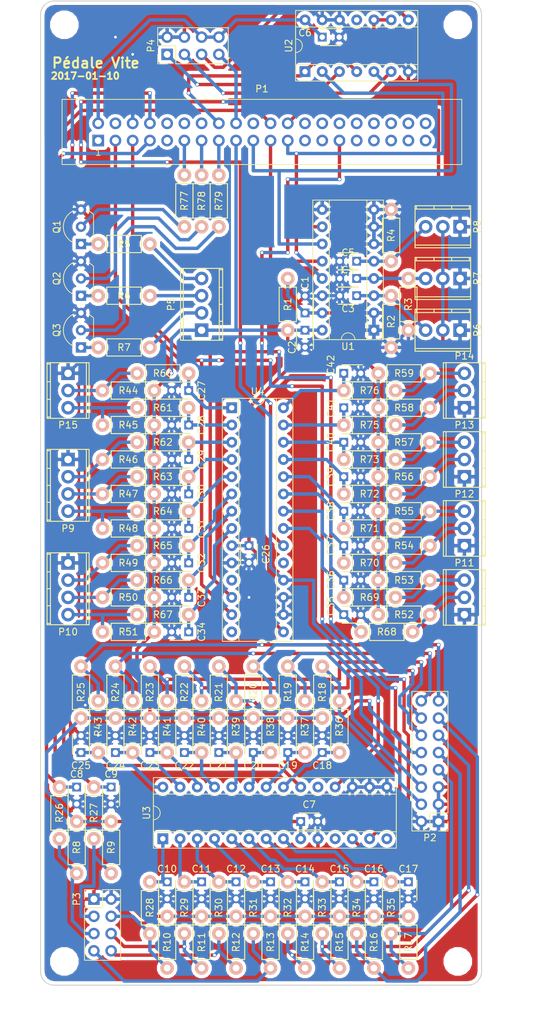
<source format=kicad_pcb>
(kicad_pcb (version 20211014) (generator pcbnew)
  (layers (0 "F.Cu" signal) (31 "B.Cu" signal) (34 "B.Paste" user) (35 "F.Paste" user) (36 "B.SilkS" user "B.Silkscreen") (37 "F.SilkS" user "F.Silkscreen") (38 "B.Mask" user) (39 "F.Mask" user) (44 "Edge.Cuts" user))
  (net 0 "")
  (net 1 "Net-(C1-Pad1)")
  (net 2 "GND")
  (net 3 "+3V3")
  (net 4 "Net-(C3-Pad1)")
  (net 5 "Net-(C4-Pad1)")
  (net 6 "Net-(C5-Pad1)")
  (net 7 "+5V")
  (net 8 "Escape")
  (net 9 "Select")
  (net 10 "Net-(C10-Pad1)")
  (net 11 "Net-(C11-Pad1)")
  (net 12 "Net-(C12-Pad1)")
  (net 13 "Net-(C13-Pad1)")
  (net 14 "Net-(C14-Pad1)")
  (net 15 "Net-(C15-Pad1)")
  (net 16 "Net-(C16-Pad1)")
  (net 17 "Net-(C17-Pad1)")
  (net 18 "Net-(C18-Pad1)")
  (net 19 "Net-(C19-Pad1)")
  (net 20 "Net-(C20-Pad1)")
  (net 21 "Net-(C21-Pad1)")
  (net 22 "Net-(C22-Pad1)")
  (net 23 "Net-(C23-Pad1)")
  (net 24 "Net-(C24-Pad1)")
  (net 25 "Net-(C25-Pad1)")
  (net 26 "Net-(C27-Pad1)")
  (net 27 "Net-(C28-Pad1)")
  (net 28 "Net-(C29-Pad1)")
  (net 29 "Net-(C30-Pad1)")
  (net 30 "Net-(C31-Pad1)")
  (net 31 "Net-(C32-Pad1)")
  (net 32 "Net-(C33-Pad1)")
  (net 33 "Net-(C34-Pad1)")
  (net 34 "Net-(C35-Pad1)")
  (net 35 "Net-(C36-Pad1)")
  (net 36 "Net-(C37-Pad1)")
  (net 37 "Net-(C38-Pad1)")
  (net 38 "Net-(C39-Pad1)")
  (net 39 "Net-(C40-Pad1)")
  (net 40 "Net-(C41-Pad1)")
  (net 41 "Net-(C42-Pad1)")
  (net 42 "I2C_SDA")
  (net 43 "Net-(P1-Pad4)")
  (net 44 "I2C_SCL")
  (net 45 "Int1")
  (net 46 "Net-(P1-Pad9)")
  (net 47 "Net-(P1-Pad10)")
  (net 48 "LED_0R")
  (net 49 "Net-(P1-Pad12)")
  (net 50 "LED_1G")
  (net 51 "Net-(P1-Pad14)")
  (net 52 "LED_2R")
  (net 53 "~{Disp_CS}")
  (net 54 "~{Reset}")
  (net 55 "SPI_MOSI")
  (net 56 "Net-(P1-Pad20)")
  (net 57 "SPI_MISO")
  (net 58 "SPI_SCLK")
  (net 59 "SPI_CE0")
  (net 60 "Net-(P1-Pad25)")
  (net 61 "Net-(P1-Pad26)")
  (net 62 "Net-(P1-Pad27)")
  (net 63 "Net-(P1-Pad28)")
  (net 64 "Int2")
  (net 65 "Net-(P1-Pad30)")
  (net 66 "Net-(P1-Pad31)")
  (net 67 "Net-(P1-Pad32)")
  (net 68 "Net-(P1-Pad33)")
  (net 69 "Net-(P1-Pad34)")
  (net 70 "Net-(P1-Pad35)")
  (net 71 "Net-(P1-Pad36)")
  (net 72 "Net-(P1-Pad37)")
  (net 73 "Net-(P1-Pad38)")
  (net 74 "Net-(P1-Pad39)")
  (net 75 "Net-(P1-Pad40)")
  (net 76 "Net-(P2-Pad4)")
  (net 77 "Net-(P2-Pad6)")
  (net 78 "Net-(P2-Pad7)")
  (net 79 "Net-(P2-Pad8)")
  (net 80 "Net-(P2-Pad9)")
  (net 81 "Net-(P2-Pad10)")
  (net 82 "Net-(P2-Pad11)")
  (net 83 "Net-(P2-Pad12)")
  (net 84 "Net-(P2-Pad13)")
  (net 85 "Net-(P2-Pad14)")
  (net 86 "Net-(P2-Pad15)")
  (net 87 "Net-(P2-Pad16)")
  (net 88 "Net-(P3-Pad3)")
  (net 89 "Net-(P3-Pad4)")
  (net 90 "Net-(P3-Pad5)")
  (net 91 "Net-(P3-Pad6)")
  (net 92 "Net-(P3-Pad7)")
  (net 93 "Net-(P3-Pad8)")
  (net 94 "Net-(P4-Pad1)")
  (net 95 "Net-(P4-Pad3)")
  (net 96 "Net-(P4-Pad5)")
  (net 97 "Net-(P5-Pad2)")
  (net 98 "Net-(P5-Pad3)")
  (net 99 "Net-(P9-Pad2)")
  (net 100 "Net-(P9-Pad3)")
  (net 101 "Net-(P10-Pad2)")
  (net 102 "Net-(P10-Pad3)")
  (net 103 "Net-(P11-Pad2)")
  (net 104 "Net-(P12-Pad2)")
  (net 105 "Net-(P13-Pad2)")
  (net 106 "Net-(P14-Pad2)")
  (net 107 "Net-(P15-Pad2)")
  (net 108 "Net-(Q1-Pad2)")
  (net 109 "Net-(Q1-Pad1)")
  (net 110 "Net-(Q2-Pad2)")
  (net 111 "Net-(Q2-Pad1)")
  (net 112 "Net-(Q3-Pad2)")
  (net 113 "Net-(Q3-Pad1)")
  (net 114 "Net-(U2-Pad11)")
  (net 115 "Net-(U3-Pad19)")
  (net 116 "Net-(U4-Pad19)")
  (net 117 "Net-(P5-Pad4)")
  (net 118 "Net-(P9-Pad4)")
  (net 119 "Net-(P10-Pad4)")
  (net 120 "Net-(P11-Pad3)")
  (net 121 "Net-(P12-Pad3)")
  (net 122 "Net-(P13-Pad3)")
  (net 123 "Net-(P14-Pad3)")
  (net 124 "Net-(P15-Pad3)")
  (net 125 "Net-(P1-Pad1)")
  (footprint "Capacitors_THT:C_Disc_D3_P2.5" (layer "F.Cu") (at 53.975 60.96 90)
    (fp_text reference "C1")
    (fp_text value "1u")
  )
  (footprint "Capacitors_THT:C_Disc_D3_P2.5" (layer "F.Cu") (at 53.975 63.5 -90)
    (fp_text reference "C2")
    (fp_text value "1u")
  )
  (footprint "Capacitors_THT:C_Disc_D3_P2.5" (layer "F.Cu") (at 61.595 58.42 180)
    (fp_text reference "C3")
    (fp_text value "100n")
  )
  (footprint "Capacitors_THT:C_Disc_D3_P2.5" (layer "F.Cu") (at 61.595 55.88 180)
    (fp_text reference "C4")
    (fp_text value "100n")
  )
  (footprint "Capacitors_THT:C_Disc_D3_P2.5" (layer "F.Cu") (at 61.595 53.34 180)
    (fp_text reference "C5")
    (fp_text value "100n")
  )
  (footprint "Capacitors_THT:C_Disc_D3_P2.5" (layer "F.Cu") (at 56.515 20.32)
    (fp_text reference "C6")
    (fp_text value "100n")
  )
  (footprint "Capacitors_THT:C_Disc_D3_P2.5" (layer "F.Cu") (at 53.34 135.89)
    (fp_text reference "C7")
    (fp_text value "100n")
  )
  (footprint "Capacitors_THT:C_Disc_D3_P2.5" (layer "F.Cu") (at 20.32 130.81 -90)
    (fp_text reference "C8")
    (fp_text value "100n")
  )
  (footprint "Capacitors_THT:C_Disc_D3_P2.5" (layer "F.Cu") (at 25.4 130.81 -90)
    (fp_text reference "C9")
    (fp_text value "100n")
  )
  (footprint "Capacitors_THT:C_Disc_D3_P2.5" (layer "F.Cu") (at 33.655 144.78 -90)
    (fp_text reference "C10")
    (fp_text value "100n")
  )
  (footprint "Capacitors_THT:C_Disc_D3_P2.5" (layer "F.Cu") (at 38.735 144.78 -90)
    (fp_text reference "C11")
    (fp_text value "100n")
  )
  (footprint "Capacitors_THT:C_Disc_D3_P2.5" (layer "F.Cu") (at 43.815 144.78 -90)
    (fp_text reference "C12")
    (fp_text value "100n")
  )
  (footprint "Capacitors_THT:C_Disc_D3_P2.5" (layer "F.Cu") (at 48.895 144.78 -90)
    (fp_text reference "C13")
    (fp_text value "100n")
  )
  (footprint "Capacitors_THT:C_Disc_D3_P2.5" (layer "F.Cu") (at 53.975 144.78 -90)
    (fp_text reference "C14")
    (fp_text value "100n")
  )
  (footprint "Capacitors_THT:C_Disc_D3_P2.5" (layer "F.Cu") (at 59.055 144.78 -90)
    (fp_text reference "C15")
    (fp_text value "100n")
  )
  (footprint "Capacitors_THT:C_Disc_D3_P2.5" (layer "F.Cu") (at 64.135 144.78 -90)
    (fp_text reference "C16")
    (fp_text value "100n")
  )
  (footprint "Capacitors_THT:C_Disc_D3_P2.5" (layer "F.Cu") (at 69.215 144.78 -90)
    (fp_text reference "C17")
    (fp_text value "100n")
  )
  (footprint "Capacitors_THT:C_Disc_D3_P2.5" (layer "F.Cu") (at 56.515 125.73 90)
    (fp_text reference "C18")
    (fp_text value "100n")
  )
  (footprint "Capacitors_THT:C_Disc_D3_P2.5" (layer "F.Cu") (at 51.435 125.73 90)
    (fp_text reference "C19")
    (fp_text value "100n")
  )
  (footprint "Capacitors_THT:C_Disc_D3_P2.5" (layer "F.Cu") (at 46.355 125.73 90)
    (fp_text reference "C20")
    (fp_text value "100n")
  )
  (footprint "Capacitors_THT:C_Disc_D3_P2.5" (layer "F.Cu") (at 41.275 125.73 90)
    (fp_text reference "C21")
    (fp_text value "100n")
  )
  (footprint "Capacitors_THT:C_Disc_D3_P2.5" (layer "F.Cu") (at 36.195 125.73 90)
    (fp_text reference "C22")
    (fp_text value "100n")
  )
  (footprint "Capacitors_THT:C_Disc_D3_P2.5" (layer "F.Cu") (at 31.115 125.73 90)
    (fp_text reference "C23")
    (fp_text value "100n")
  )
  (footprint "Capacitors_THT:C_Disc_D3_P2.5" (layer "F.Cu") (at 26.035 125.73 90)
    (fp_text reference "C24")
    (fp_text value "100n")
  )
  (footprint "Capacitors_THT:C_Disc_D3_P2.5" (layer "F.Cu") (at 20.955 125.73 90)
    (fp_text reference "C25")
    (fp_text value "100n")
  )
  (footprint "Capacitors_THT:C_Disc_D3_P2.5" (layer "F.Cu") (at 45.72 95.25 -90)
    (fp_text reference "C26")
    (fp_text value "100n")
  )
  (footprint "Capacitors_THT:C_Disc_D3_P2.5" (layer "F.Cu") (at 36.83 72.39 180)
    (fp_text reference "C27")
    (fp_text value "100n")
  )
  (footprint "Capacitors_THT:C_Disc_D3_P2.5" (layer "F.Cu") (at 36.83 77.47 180)
    (fp_text reference "C28")
    (fp_text value "100n")
  )
  (footprint "Capacitors_THT:C_Disc_D3_P2.5" (layer "F.Cu") (at 36.83 82.55 180)
    (fp_text reference "C29")
    (fp_text value "100n")
  )
  (footprint "Capacitors_THT:C_Disc_D3_P2.5" (layer "F.Cu") (at 36.83 87.63 180)
    (fp_text reference "C30")
    (fp_text value "100n")
  )
  (footprint "Capacitors_THT:C_Disc_D3_P2.5" (layer "F.Cu") (at 36.83 92.71 180)
    (fp_text reference "C31")
    (fp_text value "100n")
  )
  (footprint "Capacitors_THT:C_Disc_D3_P2.5" (layer "F.Cu") (at 36.83 97.79 180)
    (fp_text reference "C32")
    (fp_text value "100n")
  )
  (footprint "Capacitors_THT:C_Disc_D3_P2.5" (layer "F.Cu") (at 36.83 102.87 180)
    (fp_text reference "C33")
    (fp_text value "100n")
  )
  (footprint "Capacitors_THT:C_Disc_D3_P2.5" (layer "F.Cu") (at 36.83 107.95 180)
    (fp_text reference "C34")
    (fp_text value "100n")
  )
  (footprint "Capacitors_THT:C_Disc_D3_P2.5" (layer "F.Cu") (at 59.69 105.41)
    (fp_text reference "C35")
    (fp_text value "100n")
  )
  (footprint "Capacitors_THT:C_Disc_D3_P2.5" (layer "F.Cu") (at 59.69 100.33)
    (fp_text reference "C36")
    (fp_text value "100n")
  )
  (footprint "Capacitors_THT:C_Disc_D3_P2.5" (layer "F.Cu") (at 59.69 95.25)
    (fp_text reference "C37")
    (fp_text value "100n")
  )
  (footprint "Capacitors_THT:C_Disc_D3_P2.5" (layer "F.Cu") (at 59.69 90.17)
    (fp_text reference "C38")
    (fp_text value "100n")
  )
  (footprint "Capacitors_THT:C_Disc_D3_P2.5" (layer "F.Cu") (at 59.69 85.09)
    (fp_text reference "C39")
    (fp_text value "100n")
  )
  (footprint "Capacitors_THT:C_Disc_D3_P2.5" (layer "F.Cu") (at 59.69 80.01)
    (fp_text reference "C40")
    (fp_text value "100n")
  )
  (footprint "Capacitors_THT:C_Disc_D3_P2.5" (layer "F.Cu") (at 59.69 74.93)
    (fp_text reference "C41")
    (fp_text value "100n")
  )
  (footprint "Capacitors_THT:C_Disc_D3_P2.5" (layer "F.Cu") (at 59.69 69.85)
    (fp_text reference "C42")
    (fp_text value "100n")
  )
  (footprint "Connectors:IDC_Header_Straight_40pins" (layer "F.Cu") (at 23.495 35.56)
    (fp_text reference "P1")
    (fp_text value "Raspberry_Pi_2_3")
  )
  (footprint "Pin_Headers:Pin_Header_Straight_2x08_Pitch2.54mm" (layer "F.Cu") (at 73.66 135.89 180)
    (fp_text reference "P2")
    (fp_text value "CONN_02X08")
  )
  (footprint "Pin_Headers:Pin_Header_Straight_2x04_Pitch2.54mm" (layer "F.Cu") (at 22.86 147.32)
    (fp_text reference "P3")
    (fp_text value "CONN_02X04")
  )
  (footprint "Pin_Headers:Pin_Header_Straight_2x04_Pitch2.54mm" (layer "F.Cu") (at 33.655 22.86 90)
    (fp_text reference "P4")
    (fp_text value "CONN_02X04")
  )
  (footprint "Connectors_Terminal_Blocks:TerminalBlock_Pheonix_MPT-2.54mm_4pol" (layer "F.Cu") (at 38.735 63.5 90)
    (fp_text reference "P5")
    (fp_text value "CONN_01X04")
  )
  (footprint "Connectors_Terminal_Blocks:TerminalBlock_Pheonix_MPT-2.54mm_3pol" (layer "F.Cu") (at 76.835 63.5 180)
    (fp_text reference "P6")
    (fp_text value "CONN_01X03")
  )
  (footprint "Connectors_Terminal_Blocks:TerminalBlock_Pheonix_MPT-2.54mm_3pol" (layer "F.Cu") (at 76.835 55.88 180)
    (fp_text reference "P7")
    (fp_text value "CONN_01X03")
  )
  (footprint "Connectors_Terminal_Blocks:TerminalBlock_Pheonix_MPT-2.54mm_3pol" (layer "F.Cu") (at 76.835 48.26 180)
    (fp_text reference "P8")
    (fp_text value "CONN_01X03")
  )
  (footprint "Connectors_Terminal_Blocks:TerminalBlock_Pheonix_MPT-2.54mm_4pol" (layer "F.Cu") (at 19.05 82.55 -90)
    (fp_text reference "P9")
    (fp_text value "CONN_01X04")
  )
  (footprint "Connectors_Terminal_Blocks:TerminalBlock_Pheonix_MPT-2.54mm_4pol" (layer "F.Cu") (at 19.05 97.79 -90)
    (fp_text reference "P10")
    (fp_text value "CONN_01X04")
  )
  (footprint "Connectors_Terminal_Blocks:TerminalBlock_Pheonix_MPT-2.54mm_3pol" (layer "F.Cu") (at 77.47 105.41 90)
    (fp_text reference "P11")
    (fp_text value "CONN_01X03")
  )
  (footprint "Connectors_Terminal_Blocks:TerminalBlock_Pheonix_MPT-2.54mm_3pol" (layer "F.Cu") (at 77.47 95.25 90)
    (fp_text reference "P12")
    (fp_text value "CONN_01X03")
  )
  (footprint "Connectors_Terminal_Blocks:TerminalBlock_Pheonix_MPT-2.54mm_3pol" (layer "F.Cu") (at 77.47 85.09 90)
    (fp_text reference "P13")
    (fp_text value "CONN_01X03")
  )
  (footprint "Connectors_Terminal_Blocks:TerminalBlock_Pheonix_MPT-2.54mm_3pol" (layer "F.Cu") (at 77.47 74.93 90)
    (fp_text reference "P14")
    (fp_text value "CONN_01X03")
  )
  (footprint "Connectors_Terminal_Blocks:TerminalBlock_Pheonix_MPT-2.54mm_3pol" (layer "F.Cu") (at 19.05 69.85 -90)
    (fp_text reference "P15")
    (fp_text value "CONN_01X03")
  )
  (footprint "TO_SOT_Packages_THT:TO-92_Inline_Wide" (layer "F.Cu") (at 20.955 50.8 90)
    (fp_text reference "Q1")
    (fp_text value "BC547")
  )
  (footprint "TO_SOT_Packages_THT:TO-92_Inline_Wide" (layer "F.Cu") (at 20.955 58.42 90)
    (fp_text reference "Q2")
    (fp_text value "BC547")
  )
  (footprint "TO_SOT_Packages_THT:TO-92_Inline_Wide" (layer "F.Cu") (at 20.955 66.04 90)
    (fp_text reference "Q3")
    (fp_text value "BC547")
  )
  (footprint "Resistors_THT:Resistor_Horizontal_RM7mm" (layer "F.Cu") (at 51.435 63.5 90)
    (fp_text reference "R1")
    (fp_text value "1k5")
  )
  (footprint "Resistors_THT:Resistor_Horizontal_RM7mm" (layer "F.Cu") (at 66.675 58.42 -90)
    (fp_text reference "R2")
    (fp_text value "1M")
  )
  (footprint "Resistors_THT:Resistor_Horizontal_RM7mm" (layer "F.Cu") (at 69.215 55.88 -90)
    (fp_text reference "R3")
    (fp_text value "1M")
  )
  (footprint "Resistors_THT:Resistor_Horizontal_RM7mm" (layer "F.Cu") (at 66.675 53.34 90)
    (fp_text reference "R4")
    (fp_text value "1M")
  )
  (footprint "Resistors_THT:Resistor_Horizontal_RM7mm" (layer "F.Cu") (at 31.115 50.8 180)
    (fp_text reference "R5")
    (fp_text value "56")
  )
  (footprint "Resistors_THT:Resistor_Horizontal_RM7mm" (layer "F.Cu") (at 31.115 58.42 180)
    (fp_text reference "R6")
    (fp_text value "39")
  )
  (footprint "Resistors_THT:Resistor_Horizontal_RM7mm" (layer "F.Cu") (at 31.115 66.04 180)
    (fp_text reference "R7")
    (fp_text value "56")
  )
  (footprint "Resistors_THT:Resistor_Horizontal_RM7mm" (layer "F.Cu") (at 20.32 135.89 -90)
    (fp_text reference "R8")
    (fp_text value "10k")
  )
  (footprint "Resistors_THT:Resistor_Horizontal_RM7mm" (layer "F.Cu") (at 25.4 135.89 -90)
    (fp_text reference "R9")
    (fp_text value "10k")
  )
  (footprint "Resistors_THT:Resistor_Horizontal_RM7mm" (layer "F.Cu") (at 33.655 149.86 -90)
    (fp_text reference "R10")
    (fp_text value "10k")
  )
  (footprint "Resistors_THT:Resistor_Horizontal_RM7mm" (layer "F.Cu") (at 38.735 149.86 -90)
    (fp_text reference "R11")
    (fp_text value "10k")
  )
  (footprint "Resistors_THT:Resistor_Horizontal_RM7mm" (layer "F.Cu") (at 43.815 149.86 -90)
    (fp_text reference "R12")
    (fp_text value "10k")
  )
  (footprint "Resistors_THT:Resistor_Horizontal_RM7mm" (layer "F.Cu") (at 48.895 149.86 -90)
    (fp_text reference "R13")
    (fp_text value "10k")
  )
  (footprint "Resistors_THT:Resistor_Horizontal_RM7mm" (layer "F.Cu") (at 53.975 149.86 -90)
    (fp_text reference "R14")
    (fp_text value "10k")
  )
  (footprint "Resistors_THT:Resistor_Horizontal_RM7mm" (layer "F.Cu") (at 59.055 149.86 -90)
    (fp_text reference "R15")
    (fp_text value "10k")
  )
  (footprint "Resistors_THT:Resistor_Horizontal_RM7mm" (layer "F.Cu") (at 64.135 149.86 -90)
    (fp_text reference "R16")
    (fp_text value "10k")
  )
  (footprint "Resistors_THT:Resistor_Horizontal_RM7mm" (layer "F.Cu") (at 69.215 149.86 -90)
    (fp_text reference "R17")
    (fp_text value "10k")
  )
  (footprint "Resistors_THT:Resistor_Horizontal_RM7mm" (layer "F.Cu") (at 56.515 120.65 90)
    (fp_text reference "R18")
    (fp_text value "10k")
  )
  (footprint "Resistors_THT:Resistor_Horizontal_RM7mm" (layer "F.Cu") (at 51.435 120.65 90)
    (fp_text reference "R19")
    (fp_text value "10k")
  )
  (footprint "Resistors_THT:Resistor_Horizontal_RM7mm" (layer "F.Cu") (at 46.355 120.65 90)
    (fp_text reference "R20")
    (fp_text value "10k")
  )
  (footprint "Resistors_THT:Resistor_Horizontal_RM7mm" (layer "F.Cu") (at 41.275 120.65 90)
    (fp_text reference "R21")
    (fp_text value "10k")
  )
  (footprint "Resistors_THT:Resistor_Horizontal_RM7mm" (layer "F.Cu") (at 36.195 120.65 90)
    (fp_text reference "R22")
    (fp_text value "10k")
  )
  (footprint "Resistors_THT:Resistor_Horizontal_RM7mm" (layer "F.Cu") (at 31.115 120.65 90)
    (fp_text reference "R23")
    (fp_text value "10k")
  )
  (footprint "Resistors_THT:Resistor_Horizontal_RM7mm" (layer "F.Cu") (at 26.035 120.65 90)
    (fp_text reference "R24")
    (fp_text value "10k")
  )
  (footprint "Resistors_THT:Resistor_Horizontal_RM7mm" (layer "F.Cu") (at 20.955 120.65 90)
    (fp_text reference "R25")
    (fp_text value "10k")
  )
  (footprint "Resistors_THT:Resistor_Horizontal_RM7mm" (layer "F.Cu") (at 17.78 130.81 -90)
    (fp_text reference "R26")
    (fp_text value "10k")
  )
  (footprint "Resistors_THT:Resistor_Horizontal_RM7mm" (layer "F.Cu") (at 22.86 130.81 -90)
    (fp_text reference "R27")
    (fp_text value "10k")
  )
  (footprint "Resistors_THT:Resistor_Horizontal_RM7mm" (layer "F.Cu") (at 31.115 144.78 -90)
    (fp_text reference "R28")
    (fp_text value "10k")
  )
  (footprint "Resistors_THT:Resistor_Horizontal_RM7mm" (layer "F.Cu") (at 36.195 144.78 -90)
    (fp_text reference "R29")
    (fp_text value "10k")
  )
  (footprint "Resistors_THT:Resistor_Horizontal_RM7mm" (layer "F.Cu") (at 41.275 144.78 -90)
    (fp_text reference "R30")
    (fp_text value "10k")
  )
  (footprint "Resistors_THT:Resistor_Horizontal_RM7mm" (layer "F.Cu") (at 46.355 144.78 -90)
    (fp_text reference "R31")
    (fp_text value "10k")
  )
  (footprint "Resistors_THT:Resistor_Horizontal_RM7mm" (layer "F.Cu") (at 51.435 144.78 -90)
    (fp_text reference "R32")
    (fp_text value "10k")
  )
  (footprint "Resistors_THT:Resistor_Horizontal_RM7mm" (layer "F.Cu") (at 56.515 144.78 -90)
    (fp_text reference "R33")
    (fp_text value "10k")
  )
  (footprint "Resistors_THT:Resistor_Horizontal_RM7mm" (layer "F.Cu") (at 61.595 144.78 -90)
    (fp_text reference "R34")
    (fp_text value "10k")
  )
  (footprint "Resistors_THT:Resistor_Horizontal_RM7mm" (layer "F.Cu") (at 66.675 144.78 -90)
    (fp_text reference "R35")
    (fp_text value "10k")
  )
  (footprint "Resistors_THT:Resistor_Horizontal_RM7mm" (layer "F.Cu") (at 59.055 125.73 90)
    (fp_text reference "R36")
    (fp_text value "10k")
  )
  (footprint "Resistors_THT:Resistor_Horizontal_RM7mm" (layer "F.Cu") (at 53.975 125.73 90)
    (fp_text reference "R37")
    (fp_text value "10k")
  )
  (footprint "Resistors_THT:Resistor_Horizontal_RM7mm" (layer "F.Cu") (at 48.895 125.73 90)
    (fp_text reference "R38")
    (fp_text value "10k")
  )
  (footprint "Resistors_THT:Resistor_Horizontal_RM7mm" (layer "F.Cu") (at 43.815 125.73 90)
    (fp_text reference "R39")
    (fp_text value "10k")
  )
  (footprint "Resistors_THT:Resistor_Horizontal_RM7mm" (layer "F.Cu") (at 38.735 125.73 90)
    (fp_text reference "R40")
    (fp_text value "10k")
  )
  (footprint "Resistors_THT:Resistor_Horizontal_RM7mm" (layer "F.Cu") (at 33.655 125.73 90)
    (fp_text reference "R41")
    (fp_text value "10k")
  )
  (footprint "Resistors_THT:Resistor_Horizontal_RM7mm" (layer "F.Cu") (at 28.575 125.73 90)
    (fp_text reference "R42")
    (fp_text value "10k")
  )
  (footprint "Resistors_THT:Resistor_Horizontal_RM7mm" (layer "F.Cu") (at 23.495 125.73 90)
    (fp_text reference "R43")
    (fp_text value "10k")
  )
  (footprint "Resistors_THT:Resistor_Horizontal_RM7mm" (layer "F.Cu") (at 31.75 72.39 180)
    (fp_text reference "R44")
    (fp_text value "10k")
  )
  (footprint "Resistors_THT:Resistor_Horizontal_RM7mm" (layer "F.Cu") (at 31.75 77.47 180)
    (fp_text reference "R45")
    (fp_text value "10k")
  )
  (footprint "Resistors_THT:Resistor_Horizontal_RM7mm" (layer "F.Cu") (at 31.75 82.55 180)
    (fp_text reference "R46")
    (fp_text value "10k")
  )
  (footprint "Resistors_THT:Resistor_Horizontal_RM7mm" (layer "F.Cu") (at 31.75 87.63 180)
    (fp_text reference "R47")
    (fp_text value "10k")
  )
  (footprint "Resistors_THT:Resistor_Horizontal_RM7mm" (layer "F.Cu") (at 31.75 92.71 180)
    (fp_text reference "R48")
    (fp_text value "10k")
  )
  (footprint "Resistors_THT:Resistor_Horizontal_RM7mm" (layer "F.Cu") (at 31.75 97.79 180)
    (fp_text reference "R49")
    (fp_text value "10k")
  )
  (footprint "Resistors_THT:Resistor_Horizontal_RM7mm" (layer "F.Cu") (at 31.75 102.87 180)
    (fp_text reference "R50")
    (fp_text value "10k")
  )
  (footprint "Resistors_THT:Resistor_Horizontal_RM7mm" (layer "F.Cu") (at 31.75 107.95 180)
    (fp_text reference "R51")
    (fp_text value "10k")
  )
  (footprint "Resistors_THT:Resistor_Horizontal_RM7mm" (layer "F.Cu") (at 64.77 105.41)
    (fp_text reference "R52")
    (fp_text value "10k")
  )
  (footprint "Resistors_THT:Resistor_Horizontal_RM7mm" (layer "F.Cu") (at 64.77 100.33)
    (fp_text reference "R53")
    (fp_text value "10k")
  )
  (footprint "Resistors_THT:Resistor_Horizontal_RM7mm" (layer "F.Cu") (at 64.77 95.25)
    (fp_text reference "R54")
    (fp_text value "10k")
  )
  (footprint "Resistors_THT:Resistor_Horizontal_RM7mm" (layer "F.Cu") (at 64.77 90.17)
    (fp_text reference "R55")
    (fp_text value "10k")
  )
  (footprint "Resistors_THT:Resistor_Horizontal_RM7mm" (layer "F.Cu") (at 64.77 85.09)
    (fp_text reference "R56")
    (fp_text value "10k")
  )
  (footprint "Resistors_THT:Resistor_Horizontal_RM7mm" (layer "F.Cu") (at 64.77 80.01)
    (fp_text reference "R57")
    (fp_text value "10k")
  )
  (footprint "Resistors_THT:Resistor_Horizontal_RM7mm" (layer "F.Cu") (at 64.77 74.93)
    (fp_text reference "R58")
    (fp_text value "10k")
  )
  (footprint "Resistors_THT:Resistor_Horizontal_RM7mm" (layer "F.Cu") (at 64.77 69.85)
    (fp_text reference "R59")
    (fp_text value "10k")
  )
  (footprint "Resistors_THT:Resistor_Horizontal_RM7mm" (layer "F.Cu") (at 36.83 69.85 180)
    (fp_text reference "R60")
    (fp_text value "10k")
  )
  (footprint "Resistors_THT:Resistor_Horizontal_RM7mm" (layer "F.Cu") (at 36.83 74.93 180)
    (fp_text reference "R61")
    (fp_text value "10k")
  )
  (footprint "Resistors_THT:Resistor_Horizontal_RM7mm" (layer "F.Cu") (at 36.83 80.01 180)
    (fp_text reference "R62")
    (fp_text value "10k")
  )
  (footprint "Resistors_THT:Resistor_Horizontal_RM7mm" (layer "F.Cu") (at 36.83 85.09 180)
    (fp_text reference "R63")
    (fp_text value "10k")
  )
  (footprint "Resistors_THT:Resistor_Horizontal_RM7mm" (layer "F.Cu") (at 36.83 90.17 180)
    (fp_text reference "R64")
    (fp_text value "10k")
  )
  (footprint "Resistors_THT:Resistor_Horizontal_RM7mm" (layer "F.Cu") (at 36.83 95.25 180)
    (fp_text reference "R65")
    (fp_text value "10k")
  )
  (footprint "Resistors_THT:Resistor_Horizontal_RM7mm" (layer "F.Cu") (at 36.83 100.33 180)
    (fp_text reference "R66")
    (fp_text value "10k")
  )
  (footprint "Resistors_THT:Resistor_Horizontal_RM7mm" (layer "F.Cu") (at 36.83 105.41 180)
    (fp_text reference "R67")
    (fp_text value "10k")
  )
  (footprint "Resistors_THT:Resistor_Horizontal_RM7mm" (layer "F.Cu") (at 62.23 107.95)
    (fp_text reference "R68")
    (fp_text value "10k")
  )
  (footprint "Resistors_THT:Resistor_Horizontal_RM7mm" (layer "F.Cu") (at 59.69 102.87)
    (fp_text reference "R69")
    (fp_text value "10k")
  )
  (footprint "Resistors_THT:Resistor_Horizontal_RM7mm" (layer "F.Cu") (at 59.69 97.79)
    (fp_text reference "R70")
    (fp_text value "10k")
  )
  (footprint "Resistors_THT:Resistor_Horizontal_RM7mm" (layer "F.Cu") (at 59.69 92.71)
    (fp_text reference "R71")
    (fp_text value "10k")
  )
  (footprint "Resistors_THT:Resistor_Horizontal_RM7mm" (layer "F.Cu") (at 59.69 87.63)
    (fp_text reference "R72")
    (fp_text value "10k")
  )
  (footprint "Resistors_THT:Resistor_Horizontal_RM7mm" (layer "F.Cu") (at 59.69 82.55)
    (fp_text reference "R73")
    (fp_text value "10k")
  )
  (footprint "Resistors_THT:Resistor_Horizontal_RM7mm" (layer "F.Cu") (at 59.69 77.47)
    (fp_text reference "R75")
    (fp_text value "10k")
  )
  (footprint "Resistors_THT:Resistor_Horizontal_RM7mm" (layer "F.Cu") (at 59.69 72.39)
    (fp_text reference "R76")
    (fp_text value "10k")
  )
  (footprint "Resistors_THT:Resistor_Horizontal_RM7mm" (layer "F.Cu") (at 36.195 48.26 90)
    (fp_text reference "R77")
    (fp_text value "10k")
  )
  (footprint "Resistors_THT:Resistor_Horizontal_RM7mm" (layer "F.Cu") (at 38.735 48.26 90)
    (fp_text reference "R78")
    (fp_text value "10k")
  )
  (footprint "Resistors_THT:Resistor_Horizontal_RM7mm" (layer "F.Cu") (at 41.275 48.26 90)
    (fp_text reference "R79")
    (fp_text value "10k")
  )
  (footprint "Housings_DIP:DIP-16_W7.62mm_Socket" (layer "F.Cu") (at 64.135 63.5 180)
    (fp_text reference "U1")
    (fp_text value "MCP3008")
  )
  (footprint "Housings_DIP:DIP-14_W7.62mm_Socket" (layer "F.Cu") (at 53.975 25.4 90)
    (fp_text reference "U2")
    (fp_text value "74LS08")
  )
  (footprint "Housings_DIP:DIP-28_W7.62mm_Socket" (layer "F.Cu") (at 33.02 138.43 90)
    (fp_text reference "U3")
    (fp_text value "MCP23017")
  )
  (footprint "Housings_DIP:DIP-28_W7.62mm_Socket" (layer "F.Cu") (at 43.18 74.93)
    (fp_text reference "U4")
    (fp_text value "MCP23017")
  )
  (footprint "Mounting_Holes:MountingHole_3.2mm_M3" (layer "F.Cu") (at 18.5 18.5)
    (fp_text reference "REF**" hide)
    (fp_text value "MountingHole_3.2mm_M3")
  )
  (footprint "Mounting_Holes:MountingHole_3.2mm_M3" (layer "F.Cu") (at 76.5 18.5)
    (fp_text reference "REF**" hide)
    (fp_text value "MountingHole_3.2mm_M3")
  )
  (footprint "Mounting_Holes:MountingHole_3.2mm_M3" (layer "F.Cu") (at 18.5 156.5)
    (fp_text reference "REF**" hide)
    (fp_text value "MountingHole_3.2mm_M3")
  )
  (footprint "Mounting_Holes:MountingHole_3.2mm_M3" (layer "F.Cu") (at 76.5 156.5)
    (fp_text reference "REF**" hide)
    (fp_text value "MountingHole_3.2mm_M3")
  )
  (gr_line (start 78 160) (end 17 160) (layer "Edge.Cuts") (width 0.15))
  (gr_arc (start 78 15) (mid 79.414214 15.585786) (end 80 17) (layer "Edge.Cuts") (width 0.15))
  (gr_arc (start 17 160) (mid 15.585786 159.414214) (end 15 158) (layer "Edge.Cuts") (width 0.15))
  (gr_line (start 80 17) (end 80 158) (layer "Edge.Cuts") (width 0.15))
  (gr_arc (start 80 158) (mid 79.414214 159.414214) (end 78 160) (layer "Edge.Cuts") (width 0.15))
  (gr_line (start 15 158) (end 15 17) (layer "Edge.Cuts") (width 0.15))
  (gr_line (start 17 15) (end 78 15) (layer "Edge.Cuts") (width 0.15))
  (gr_arc (start 15 17) (mid 15.585786 15.585786) (end 17 15) (layer "Edge.Cuts") (width 0.15))
  (gr_text "2017-01-10" (at 21.59 26.035) (layer "F.SilkS") (effects (font (size 1 1) (thickness 0.25))))
  (gr_text "Pédale Vite" (at 16.51 24.13) (layer "F.SilkS") (effects (font (size 1.5 1.5) (thickness 0.3)) (justify left)))
  (segment (start 58.42 60.96) (end 65.405 67.945) (width 0.5) (layer "F.Cu") (net 1))
  (segment (start 69.85 67.945) (end 65.405 67.945) (width 0.5) (layer "F.Cu") (net 1))
  (segment (start 73.025 67.945) (end 74.295 66.675) (width 0.5) (layer "F.Cu") (net 1))
  (segment (start 74.295 66.675) (end 74.295 63.5) (width 0.5) (layer "F.Cu") (net 1))
  (segment (start 69.85 67.945) (end 73.025 67.945) (width 0.5) (layer "F.Cu") (net 1))
  (segment (start 58.42 60.96) (end 56.515 60.96) (width 0.5) (layer "F.Cu") (net 1))
  (segment (start 74.295 55.88) (end 74.295 63.5) (width 0.5) (layer "B.Cu") (net 1))
  (segment (start 51.435 58.42) (end 53.975 60.96) (width 0.5) (layer "B.Cu") (net 1))
  (segment (start 51.435 55.88) (end 51.435 58.42) (width 0.5) (layer "B.Cu") (net 1))
  (segment (start 74.295 48.26) (end 74.295 55.88) (width 0.5) (layer "B.Cu") (net 1))
  (segment (start 56.515 60.96) (end 53.975 60.96) (width 0.5) (layer "B.Cu") (net 1))
  (segment (start 28.575 22.86) (end 26.035 20.32) (width 0.5) (layer "F.Cu") (net 2))
  (segment (start 36.195 109.815) (end 45.68 109.815) (width 0.5) (layer "F.Cu") (net 2))
  (segment (start 45.68 109.815) (end 45.68 102.91) (width 0.5) (layer "F.Cu") (net 2))
  (segment (start 45.68 102.91) (end 45.72 102.87) (width 0.5) (layer "F.Cu") (net 2))
  (segment (start 21.59 118.745) (end 23.495 120.65) (width 0.5) (layer "F.Cu") (net 2))
  (segment (start 23.495 120.65) (end 23.495 123.19) (width 0.5) (layer "F.Cu") (net 2))
  (segment (start 34.33 107.95) (end 36.195 109.815) (width 0.5) (layer "F.Cu") (net 2))
  (via (at 21.59 118.745) (size 0.6) (drill 0.4) (layers "F.Cu" "B.Cu") (net 2))
  (via (at 28.575 22.86) (size 0.6) (drill 0.4) (layers "F.Cu" "B.Cu") (net 2))
  (via (at 23.495 123.19) (size 0.6) (drill 0.4) (layers "F.Cu" "B.Cu") (net 2))
  (via (at 45.72 102.87) (size 0.6) (drill 0.4) (layers "F.Cu" "B.Cu") (net 2))
  (via (at 26.035 20.32) (size 0.6) (drill 0.4) (layers "F.Cu" "B.Cu") (net 2))
  (segment (start 76.835 55.88) (end 76.835 63.5) (width 0.5) (layer "B.Cu") (net 2))
  (segment (start 34.33 77.47) (end 34.33 82.55) (width 0.5) (layer "B.Cu") (net 2))
  (segment (start 34.33 82.55) (end 34.33 87.63) (width 0.5) (layer "B.Cu") (net 2))
  (segment (start 34.33 87.63) (end 34.33 92.71) (width 0.5) (layer "B.Cu") (net 2))
  (segment (start 34.33 92.71) (end 34.33 97.79) (width 0.5) (layer "B.Cu") (net 2))
  (segment (start 34.33 97.79) (end 34.33 102.87) (width 0.5) (layer "B.Cu") (net 2))
  (segment (start 34.33 102.87) (end 34.33 107.95) (width 0.5) (layer "B.Cu") (net 2))
  (segment (start 62.19 74.93) (end 62.19 80.01) (width 0.5) (layer "B.Cu") (net 2))
  (segment (start 62.19 80.01) (end 62.23 80.05) (width 0.5) (layer "B.Cu") (net 2))
  (segment (start 62.23 90.13) (end 62.19 90.17) (width 0.5) (layer "B.Cu") (net 2))
  (segment (start 62.19 100.33) (end 62.19 105.41) (width 0.5) (layer "B.Cu") (net 2))
  (segment (start 26.035 123.23) (end 36.195 123.23) (width 0.5) (layer "B.Cu") (net 2))
  (segment (start 36.195 123.23) (end 31.115 123.23) (width 0.5) (layer "B.Cu") (net 2))
  (segment (start 31.115 123.23) (end 41.275 123.23) (width 0.5) (layer "B.Cu") (net 2))
  (segment (start 41.275 123.23) (end 46.355 123.23) (width 0.5) (layer "B.Cu") (net 2))
  (segment (start 46.355 123.23) (end 46.395 123.19) (width 0.5) (layer "B.Cu") (net 2))
  (segment (start 56.475 123.19) (end 56.515 123.23) (width 0.5) (layer "B.Cu") (net 2))
  (segment (start 56.475 138.39) (end 56.515 138.43) (width 0.5) (layer "B.Cu") (net 2))
  (segment (start 33.655 147.28) (end 38.735 147.28) (width 0.5) (layer "B.Cu") (net 2))
  (segment (start 38.735 147.28) (end 43.815 147.28) (width 0.5) (layer "B.Cu") (net 2))
  (segment (start 43.815 147.28) (end 48.895 147.28) (width 0.5) (layer "B.Cu") (net 2))
  (segment (start 48.895 147.28) (end 53.975 147.28) (width 0.5) (layer "B.Cu") (net 2))
  (segment (start 53.975 147.28) (end 59.055 147.28) (width 0.5) (layer "B.Cu") (net 2))
  (segment (start 59.055 147.28) (end 64.135 147.28) (width 0.5) (layer "B.Cu") (net 2))
  (segment (start 64.135 147.28) (end 64.175 147.32) (width 0.5) (layer "B.Cu") (net 2))
  (segment (start 64.175 147.32) (end 69.215 147.32) (width 0.5) (layer "B.Cu") (net 2))
  (segment (start 69.215 147.32) (end 69.215 147.28) (width 0.5) (layer "B.Cu") (net 2))
  (segment (start 64.135 45.72) (end 64.135 48.26) (width 0.5) (layer "B.Cu") (net 2))
  (segment (start 64.135 48.26) (end 64.135 50.8) (width 0.5) (layer "B.Cu") (net 2))
  (segment (start 56.475 58.46) (end 56.515 58.42) (width 0.5) (layer "B.Cu") (net 2))
  (segment (start 56.515 58.42) (end 59.095 58.42) (width 0.5) (layer "B.Cu") (net 2))
  (segment (start 59.095 58.42) (end 59.095 55.88) (width 0.5) (layer "B.Cu") (net 2))
  (segment (start 59.095 55.88) (end 59.095 53.34) (width 0.5) (layer "B.Cu") (net 2))
  (segment (start 17.145 69.85) (end 17.145 82.55) (width 0.5) (layer "B.Cu") (net 2))
  (segment (start 17.145 82.55) (end 17.145 97.79) (width 0.5) (layer "B.Cu") (net 2))
  (segment (start 43.22 97.75) (end 43.18 97.79) (width 0.5) (layer "B.Cu") (net 2))
  (segment (start 28.575 22.86) (end 31.115 20.32) (width 0.5) (layer "B.Cu") (net 2))
  (segment (start 31.115 20.32) (end 33.655 20.32) (width 0.5) (layer "B.Cu") (net 2))
  (segment (start 26.035 20.32) (end 30.48 15.875) (width 0.5) (layer "B.Cu") (net 2))
  (segment (start 76.835 25.4) (end 76.835 45.72) (width 0.5) (layer "B.Cu") (net 2))
  (segment (start 76.835 45.72) (end 76.835 48.26) (width 0.5) (layer "B.Cu") (net 2))
  (segment (start 54.015 66.04) (end 59.055 66.04) (width 0.5) (layer "B.Cu") (net 2))
  (segment (start 76.835 66.04) (end 76.835 63.5) (width 0.5) (layer "B.Cu") (net 2))
  (segment (start 69.215 66.04) (end 76.835 66.04) (width 0.5) (layer "B.Cu") (net 2))
  (segment (start 61.595 66.04) (end 62.23 66.04) (width 0.5) (layer "B.Cu") (net 2))
  (segment (start 45.72 97.79) (end 45.72 97.75) (width 0.5) (layer "B.Cu") (net 2))
  (segment (start 61.555 130.81) (end 61.595 130.81) (width 0.5) (layer "B.Cu") (net 2))
  (segment (start 69.255 147.32) (end 71.12 147.32) (width 0.5) (layer "B.Cu") (net 2))
  (segment (start 33.615 147.32) (end 28.575 147.32) (width 0.5) (layer "B.Cu") (net 2))
  (segment (start 27.94 147.32) (end 25.4 147.32) (width 0.5) (layer "B.Cu") (net 2))
  (segment (start 19.09 125.095) (end 19.09 126.325) (width 0.5) (layer "B.Cu") (net 2))
  (segment (start 19.09 126.325) (end 19.09 126.405) (width 0.5) (layer "B.Cu") (net 2))
  (segment (start 19.09 126.405) (end 21.59 128.905) (width 0.5) (layer "B.Cu") (net 2))
  (segment (start 21.59 128.905) (end 27.305 128.905) (width 0.5) (layer "B.Cu") (net 2))
  (segment (start 28.575 147.32) (end 27.94 147.32) (width 0.5) (layer "B.Cu") (net 2))
  (segment (start 28.575 130.175) (end 27.305 128.905) (width 0.5) (layer "B.Cu") (net 2))
  (segment (start 25.44 133.35) (end 28.575 133.35) (width 0.5) (layer "B.Cu") (net 2))
  (segment (start 28.575 133.35) (end 28.575 130.175) (width 0.5) (layer "B.Cu") (net 2))
  (segment (start 61.555 66.04) (end 61.595 66.04) (width 0.5) (layer "B.Cu") (net 2))
  (segment (start 66.675 66.04) (end 69.215 66.04) (width 0.5) (layer "B.Cu") (net 2))
  (segment (start 29.885 67.945) (end 20.955 67.945) (width 0.5) (layer "B.Cu") (net 2))
  (segment (start 20.955 67.945) (end 19.05 69.85) (width 0.5) (layer "B.Cu") (net 2))
  (segment (start 17.145 29.21) (end 17.145 45.72) (width 0.5) (layer "B.Cu") (net 2))
  (segment (start 17.145 53.34) (end 20.955 53.34) (width 0.5) (layer "B.Cu") (net 2))
  (segment (start 17.145 60.96) (end 20.955 60.96) (width 0.5) (layer "B.Cu") (net 2))
  (segment (start 62.23 69.81) (end 62.23 66.04) (width 0.5) (layer "B.Cu") (net 2))
  (segment (start 62.23 66.04) (end 64.135 66.04) (width 0.5) (layer "B.Cu") (net 2))
  (segment (start 59.021042 123.156042) (end 59.055 123.19) (width 0.5) (layer "B.Cu") (net 2))
  (segment (start 59.055 123.19) (end 59.055 123.156042) (width 0.5) (layer "B.Cu") (net 2))
  (segment (start 59.055 123.156042) (end 56.588958 123.156042) (width 0.5) (layer "B.Cu") (net 2))
  (segment (start 45.72 102.87) (end 50.8 102.87) (width 0.5) (layer "B.Cu") (net 2))
  (segment (start 17.145 118.745) (end 17.145 97.79) (width 0.5) (layer "B.Cu") (net 2))
  (segment (start 23.495 123.19) (end 23.495 123.23) (width 0.5) (layer "B.Cu") (net 2))
  (segment (start 23.495 123.23) (end 23.495 123.19) (width 0.5) (layer "B.Cu") (net 2))
  (segment (start 23.495 123.19) (end 23.495 123.23) (width 0.5) (layer "B.Cu") (net 2))
  (segment (start 23.495 123.23) (end 26.035 123.23) (width 0.5) (layer "B.Cu") (net 2))
  (segment (start 62.19 95.25) (end 62.19 100.33) (width 0.5) (layer "B.Cu") (net 2))
  (segment (start 62.19 85.09) (end 62.19 90.17) (width 0.5) (layer "B.Cu") (net 2))
  (segment (start 59.055 58.46) (end 59.055 66.04) (width 0.5) (layer "B.Cu") (net 2))
  (segment (start 59.055 66.04) (end 61.595 66.04) (width 0.5) (layer "B.Cu") (net 2))
  (segment (start 51.435 123.23) (end 56.515 123.23) (width 0.5) (layer "B.Cu") (net 2))
  (segment (start 54.61 15.875) (end 56.515 17.78) (width 0.5) (layer "B.Cu") (net 2))
  (segment (start 79.375 85.09) (end 79.375 95.25) (width 0.5) (layer "B.Cu") (net 2))
  (segment (start 79.375 95.25) (end 79.375 105.41) (width 0.5) (layer "B.Cu") (net 2))
  (segment (start 60.96 125.095) (end 60.96 130.81) (width 0.5) (layer "B.Cu") (net 2))
  (segment (start 55.88 135.93) (end 55.88 138.43) (width 0.5) (layer "B.Cu") (net 2))
  (segment (start 55.88 135.89) (end 55.84 135.89) (width 0.5) (layer "B.Cu") (net 2))
  (segment (start 63.5 130.81) (end 60.96 130.81) (width 0.5) (layer "B.Cu") (net 2))
  (segment (start 73.66 144.78) (end 73.66 135.89) (width 0.5) (layer "B.Cu") (net 2))
  (segment (start 60.305 19.03) (end 60.325 19.05) (width 0.5) (layer "B.Cu") (net 2))
  (segment (start 60.325 19.05) (end 62.865 21.59) (width 0.5) (layer "B.Cu") (net 2))
  (segment (start 64.77 23.495) (end 67.31 23.495) (width 0.5) (layer "B.Cu") (net 2))
  (segment (start 67.31 23.495) (end 69.215 25.4) (width 0.5) (layer "B.Cu") (net 2))
  (segment (start 69.215 147.28) (end 69.255 147.32) (width 0.5) (layer "B.Cu") (net 2))
  (segment (start 17.145 29.21) (end 26.035 20.32) (width 0.5) (layer "B.Cu") (net 2))
  (segment (start 54.61 15.875) (end 30.48 15.875) (width 0.5) (layer "B.Cu") (net 2))
  (segment (start 59.015 20.32) (end 60.305 19.03) (width 0.5) (layer "B.Cu") (net 2))
  (segment (start 59.095 58.42) (end 59.055 58.46) (width 0.5) (layer "B.Cu") (net 2))
  (segment (start 71.12 147.32) (end 73.66 144.78) (width 0.5) (layer "B.Cu") (net 2))
  (segment (start 66.675 45.72) (end 64.135 45.72) (width 0.5) (layer "B.Cu") (net 2))
  (segment (start 73.66 133.35) (end 73.66 130.81) (width 0.5) (layer "B.Cu") (net 2))
  (segment (start 45.72 97.75) (end 43.22 97.75) (width 0.5) (layer "B.Cu") (net 2))
  (segment (start 20.955 123.23) (end 19.09 125.095) (width 0.5) (layer "B.Cu") (net 2))
  (segment (start 22.86 147.32) (end 25.4 147.32) (width 0.5) (layer "B.Cu") (net 2))
  (segment (start 20.955 45.72) (end 17.145 45.72) (width 0.5) (layer "B.Cu") (net 2))
  (segment (start 17.145 118.745) (end 21.59 118.745) (width 0.5) (layer "B.Cu") (net 2))
  (segment (start 66.04 130.81) (end 71.12 135.89) (width 0.5) (layer "B.Cu") (net 2))
  (segment (start 25.4 133.31) (end 25.44 133.35) (width 0.5) (layer "B.Cu") (net 2))
  (segment (start 73.66 135.89) (end 73.66 133.35) (width 0.5) (layer "B.Cu") (net 2))
  (segment (start 34.33 72.39) (end 29.885 67.945) (width 0.5) (layer "B.Cu") (net 2))
  (segment (start 19.05 82.55) (end 17.145 82.55) (width 0.5) (layer "B.Cu") (net 2))
  (segment (start 77.47 95.25) (end 79.375 95.25) (width 0.5) (layer "B.Cu") (net 2))
  (segment (start 66.04 130.81) (end 63.5 130.81) (width 0.5) (layer "B.Cu") (net 2))
  (segment (start 62.19 69.85) (end 62.23 69.81) (width 0.5) (layer "B.Cu") (net 2))
  (segment (start 46.355 123.23) (end 51.435 123.23) (width 0.5) (layer "B.Cu") (net 2))
  (segment (start 79.375 68.58) (end 79.375 74.93) (width 0.5) (layer "B.Cu") (net 2))
  (segment (start 64.135 66.04) (end 66.675 66.04) (width 0.5) (layer "B.Cu") (net 2))
  (segment (start 17.145 53.34) (end 17.145 60.96) (width 0.5) (layer "B.Cu") (net 2))
  (segment (start 19.05 69.85) (end 17.145 69.85) (width 0.5) (layer "B.Cu") (net 2))
  (segment (start 62.19 90.17) (end 62.19 95.25) (width 0.5) (layer "B.Cu") (net 2))
  (segment (start 62.19 74.93) (end 62.19 69.85) (width 0.5) (layer "B.Cu") (net 2))
  (segment (start 59.055 17.78) (end 60.325 19.05) (width 0.5) (layer "B.Cu") (net 2))
  (segment (start 34.33 72.39) (end 34.33 77.47) (width 0.5) (layer "B.Cu") (net 2))
  (segment (start 77.47 105.41) (end 79.375 105.41) (width 0.5) (layer "B.Cu") (net 2))
  (segment (start 17.145 45.72) (end 17.145 53.34) (width 0.5) (layer "B.Cu") (net 2))
  (segment (start 17.145 60.96) (end 17.145 69.85) (width 0.5) (layer "B.Cu") (net 2))
  (segment (start 56.515 45.72) (end 64.135 45.72) (width 0.5) (layer "B.Cu") (net 2))
  (segment (start 20.32 133.31) (end 25.4 133.31) (width 0.5) (layer "B.Cu") (net 2))
  (segment (start 69.215 25.4) (end 76.835 25.4) (width 0.5) (layer "B.Cu") (net 2))
  (segment (start 28.575 147.32) (end 28.575 133.35) (width 0.5) (layer "B.Cu") (net 2))
  (segment (start 62.19 80.01) (end 62.19 85.09) (width 0.5) (layer "B.Cu") (net 2))
  (segment (start 56.515 123.23) (end 56.588958 123.156042) (width 0.5) (layer "B.Cu") (net 2))
  (segment (start 66.675 45.72) (end 76.835 45.72) (width 0.5) (layer "B.Cu") (net 2))
  (segment (start 33.655 147.28) (end 33.615 147.32) (width 0.5) (layer "B.Cu") (net 2))
  (segment (start 76.835 48.26) (end 76.835 55.88) (width 0.5) (layer "B.Cu") (net 2))
  (segment (start 59.055 17.78) (end 56.515 17.78) (width 0.5) (layer "B.Cu") (net 2))
  (segment (start 33.655 20.32) (end 36.195 20.32) (width 0.5) (layer "B.Cu") (net 2))
  (segment (start 77.47 74.93) (end 79.375 74.93) (width 0.5) (layer "B.Cu") (net 2))
  (segment (start 69.215 63.5) (end 69.215 66.04) (width 0.5) (layer "B.Cu") (net 2))
  (segment (start 45.72 97.75) (end 45.72 102.87) (width 0.5) (layer "B.Cu") (net 2))
  (segment (start 45.72 97.75) (end 45.76 97.79) (width 0.5) (layer "B.Cu") (net 2))
  (segment (start 53.975 66) (end 54.015 66.04) (width 0.5) (layer "B.Cu") (net 2))
  (segment (start 64.135 63.5) (end 64.135 66.04) (width 0.5) (layer "B.Cu") (net 2))
  (segment (start 76.835 66.04) (end 79.375 68.58) (width 0.5) (layer "B.Cu") (net 2))
  (segment (start 64.135 63.5) (end 64.135 60.96) (width 0.5) (layer "B.Cu") (net 2))
  (segment (start 19.05 97.79) (end 17.145 97.79) (width 0.5) (layer "B.Cu") (net 2))
  (segment (start 53.975 58.46) (end 56.475 58.46) (width 0.5) (layer "B.Cu") (net 2))
  (segment (start 60.96 130.81) (end 55.88 135.89) (width 0.5) (layer "B.Cu") (net 2))
  (segment (start 59.055 123.19) (end 60.96 125.095) (width 0.5) (layer "B.Cu") (net 2))
  (segment (start 77.47 85.09) (end 79.375 85.09) (width 0.5) (layer "B.Cu") (net 2))
  (segment (start 62.865 21.59) (end 64.77 23.495) (width 0.5) (layer "B.Cu") (net 2))
  (segment (start 73.66 135.89) (end 71.12 135.89) (width 0.5) (layer "B.Cu") (net 2))
  (segment (start 20.955 123.23) (end 23.495 123.23) (width 0.5) (layer "B.Cu") (net 2))
  (segment (start 79.375 74.93) (end 79.375 85.09) (width 0.5) (layer "B.Cu") (net 2))
  (segment (start 50.8 105.41) (end 50.8 102.87) (width 0.5) (layer "B.Cu") (net 2))
  (segment (start 55.84 135.89) (end 55.88 135.93) (width 0.5) (layer "B.Cu") (net 2))
  (segment (start 28.575 33.02) (end 28.575 22.86) (width 0.5) (layer "B.Cu") (net 2))
  (segment (start 28.575 135.89) (end 27.305 135.89) (width 0.5) (layer "F.Cu") (net 3))
  (segment (start 27.305 147.32) (end 29.845 149.86) (width 0.5) (layer "F.Cu") (net 3))
  (segment (start 29.845 149.86) (end 33.655 149.86) (width 0.5) (layer "F.Cu") (net 3))
  (segment (start 62.865 67.945) (end 59.055 67.945) (width 0.5) (layer "F.Cu") (net 3))
  (segment (start 59.055 67.945) (end 57.785 69.215) (width 0.5) (layer "F.Cu") (net 3))
  (segment (start 57.15 69.215) (end 51.435 69.215) (width 0.5) (layer "F.Cu") (net 3))
  (segment (start 29.21 111.125) (end 29.21 114.3) (width 0.5) (layer "F.Cu") (net 3))
  (segment (start 29.21 114.3) (end 31.115 116.205) (width 0.5) (layer "F.Cu") (net 3))
  (segment (start 31.115 116.205) (end 31.115 120.65) (width 0.5) (layer "F.Cu") (net 3))
  (segment (start 51.435 69.215) (end 51.435 63.5) (width 0.5) (layer "F.Cu") (net 3))
  (segment (start 45.72 95.25) (end 47.625 97.155) (width 0.5) (layer "F.Cu") (net 3))
  (segment (start 47.625 104.775) (end 50.8 107.95) (width 0.5) (layer "F.Cu") (net 3))
  (segment (start 53.34 135.89) (end 28.575 135.89) (width 0.5) (layer "F.Cu") (net 3))
  (segment (start 29.21 110.49) (end 29.21 111.125) (width 0.5) (layer "F.Cu") (net 3))
  (segment (start 27.305 135.89) (end 27.305 147.32) (width 0.5) (layer "F.Cu") (net 3))
  (segment (start 27.305 135.89) (end 25.4 135.89) (width 0.5) (layer "F.Cu") (net 3))
  (segment (start 45.72 74.93) (end 51.435 69.215) (width 0.5) (layer "F.Cu") (net 3))
  (segment (start 31.75 72.39) (end 34.29 69.85) (width 0.5) (layer "F.Cu") (net 3))
  (segment (start 57.15 69.215) (end 57.785 69.215) (width 0.5) (layer "F.Cu") (net 3))
  (segment (start 47.625 100.33) (end 47.625 97.155) (width 0.5) (layer "F.Cu") (net 3))
  (segment (start 31.75 107.95) (end 29.21 110.49) (width 0.5) (layer "F.Cu") (net 3))
  (segment (start 64.77 69.85) (end 62.865 67.945) (width 0.5) (layer "F.Cu") (net 3))
  (segment (start 47.625 100.33) (end 47.625 104.775) (width 0.5) (layer "F.Cu") (net 3))
  (segment (start 45.72 95.25) (end 45.72 74.93) (width 0.5) (layer "F.Cu") (net 3))
  (via (at 34.29 69.85) (size 0.6) (drill 0.4) (layers "F.Cu" "B.Cu") (net 3))
  (segment (start 31.75 77.47) (end 31.75 82.55) (width 0.5) (layer "B.Cu") (net 3))
  (segment (start 31.75 82.55) (end 31.75 87.63) (width 0.5) (layer "B.Cu") (net 3))
  (segment (start 31.75 87.63) (end 31.75 92.71) (width 0.5) (layer "B.Cu") (net 3))
  (segment (start 31.75 92.71) (end 31.75 97.79) (width 0.5) (layer "B.Cu") (net 3))
  (segment (start 31.75 97.79) (end 31.75 102.87) (width 0.5) (layer "B.Cu") (net 3))
  (segment (start 31.75 102.87) (end 31.75 107.95) (width 0.5) (layer "B.Cu") (net 3))
  (segment (start 64.77 74.93) (end 64.77 80.01) (width 0.5) (layer "B.Cu") (net 3))
  (segment (start 64.77 80.01) (end 64.77 85.09) (width 0.5) (layer "B.Cu") (net 3))
  (segment (start 64.77 85.09) (end 64.77 90.17) (width 0.5) (layer "B.Cu") (net 3))
  (segment (start 64.77 90.17) (end 64.77 95.25) (width 0.5) (layer "B.Cu") (net 3))
  (segment (start 64.77 95.25) (end 64.77 100.33) (width 0.5) (layer "B.Cu") (net 3))
  (segment (start 64.77 100.33) (end 64.77 105.41) (width 0.5) (layer "B.Cu") (net 3))
  (segment (start 26.035 120.65) (end 31.115 120.65) (width 0.5) (layer "B.Cu") (net 3))
  (segment (start 31.115 120.65) (end 36.195 120.65) (width 0.5) (layer "B.Cu") (net 3))
  (segment (start 36.195 120.65) (end 41.275 120.65) (width 0.5) (layer "B.Cu") (net 3))
  (segment (start 41.275 120.65) (end 46.355 120.65) (width 0.5) (layer "B.Cu") (net 3))
  (segment (start 46.355 120.65) (end 51.435 120.65) (width 0.5) (layer "B.Cu") (net 3))
  (segment (start 51.435 120.65) (end 56.515 120.65) (width 0.5) (layer "B.Cu") (net 3))
  (segment (start 33.655 149.86) (end 38.735 149.86) (width 0.5) (layer "B.Cu") (net 3))
  (segment (start 38.735 149.86) (end 43.815 149.86) (width 0.5) (layer "B.Cu") (net 3))
  (segment (start 43.815 149.86) (end 48.895 149.86) (width 0.5) (layer "B.Cu") (net 3))
  (segment (start 48.895 149.86) (end 53.975 149.86) (width 0.5) (layer "B.Cu") (net 3))
  (segment (start 53.975 149.86) (end 59.055 149.86) (width 0.5) (layer "B.Cu") (net 3))
  (segment (start 59.055 149.86) (end 64.135 149.86) (width 0.5) (layer "B.Cu") (net 3))
  (segment (start 64.135 149.86) (end 69.215 149.86) (width 0.5) (layer "B.Cu") (net 3))
  (segment (start 53.975 63.5) (end 56.515 63.5) (width 0.5) (layer "B.Cu") (net 3))
  (segment (start 15.875 125.73) (end 15.875 131.445) (width 0.5) (layer "B.Cu") (net 3))
  (segment (start 15.875 131.445) (end 20.32 135.89) (width 0.5) (layer "B.Cu") (net 3))
  (segment (start 43.815 63.5) (end 38.735 63.5) (width 0.5) (layer "B.Cu") (net 3))
  (segment (start 34.29 69.85) (end 34.29 67.945) (width 0.5) (layer "B.Cu") (net 3))
  (segment (start 34.29 64.77) (end 35.56 63.5) (width 0.5) (layer "B.Cu") (net 3))
  (segment (start 35.56 63.5) (end 38.735 63.5) (width 0.5) (layer "B.Cu") (net 3))
  (segment (start 64.77 69.85) (end 64.77 74.93) (width 0.5) (layer "B.Cu") (net 3))
  (segment (start 20.955 120.65) (end 26.035 120.65) (width 0.5) (layer "B.Cu") (net 3))
  (segment (start 43.815 63.5) (end 51.435 63.5) (width 0.5) (layer "B.Cu") (net 3))
  (segment (start 43.18 95.25) (end 45.72 95.25) (width 0.5) (layer "B.Cu") (net 3))
  (segment (start 43.815 35.56) (end 43.815 63.5) (width 0.5) (layer "B.Cu") (net 3))
  (segment (start 51.435 63.5) (end 53.975 63.5) (width 0.5) (layer "B.Cu") (net 3))
  (segment (start 31.75 72.39) (end 31.75 77.47) (width 0.5) (layer "B.Cu") (net 3))
  (segment (start 34.29 67.945) (end 34.29 64.77) (width 0.5) (layer "B.Cu") (net 3))
  (segment (start 53.34 135.89) (end 53.34 138.43) (width 0.5) (layer "B.Cu") (net 3))
  (segment (start 20.955 120.65) (end 15.875 125.73) (width 0.5) (layer "B.Cu") (net 3))
  (segment (start 20.32 135.89) (end 25.4 135.89) (width 0.5) (layer "B.Cu") (net 3))
  (segment (start 64.135 58.42) (end 66.675 58.42) (width 0.5) (layer "B.Cu") (net 4))
  (segment (start 61.595 58.42) (end 64.135 58.42) (width 0.5) (layer "B.Cu") (net 4))
  (segment (start 66.675 58.42) (end 71.755 63.5) (width 0.5) (layer "B.Cu") (net 4))
  (segment (start 64.135 55.88) (end 69.215 55.88) (width 0.5) (layer "B.Cu") (net 5))
  (segment (start 69.215 55.88) (end 71.755 55.88) (width 0.5) (layer "B.Cu") (net 5))
  (segment (start 61.595 55.88) (end 64.135 55.88) (width 0.5) (layer "B.Cu") (net 5))
  (segment (start 64.135 53.34) (end 66.675 53.34) (width 0.5) (layer "B.Cu") (net 6))
  (segment (start 66.675 53.34) (end 71.755 48.26) (width 0.5) (layer "B.Cu") (net 6))
  (segment (start 61.595 53.34) (end 64.135 53.34) (width 0.5) (layer "B.Cu") (net 6))
  (segment (start 56.515 20.28) (end 56.475 20.32) (width 0.5) (layer "B.Cu") (net 7))
  (segment (start 23.495 25.4) (end 31.115 17.78) (width 0.5) (layer "B.Cu") (net 7))
  (segment (start 31.115 17.78) (end 36.195 17.78) (width 0.5) (layer "B.Cu") (net 7))
  (segment (start 36.195 17.78) (end 38.735 20.32) (width 0.5) (layer "B.Cu") (net 7))
  (segment (start 43.815 17.78) (end 53.975 17.78) (width 0.5) (layer "B.Cu") (net 7))
  (segment (start 41.275 20.32) (end 43.815 17.78) (width 0.5) (layer "B.Cu") (net 7))
  (segment (start 23.495 33.02) (end 23.495 25.4) (width 0.5) (layer "B.Cu") (net 7))
  (segment (start 41.275 20.32) (end 38.735 20.32) (width 0.5) (layer "B.Cu") (net 7))
  (segment (start 53.975 17.78) (end 56.515 20.32) (width 0.5) (layer "B.Cu") (net 7))
  (segment (start 46.99 31.115) (end 42.545 31.115) (width 0.5) (layer "F.Cu") (net 8))
  (segment (start 15.875 36.195) (end 15.875 128.905) (width 0.5) (layer "F.Cu") (net 8))
  (segment (start 15.875 128.905) (end 17.145 130.175) (width 0.5) (layer "F.Cu") (net 8))
  (segment (start 32.385 31.115) (end 20.955 31.115) (width 0.5) (layer "F.Cu") (net 8))
  (segment (start 42.545 31.115) (end 32.385 31.115) (width 0.5) (layer "F.Cu") (net 8))
  (segment (start 48.895 33.02) (end 46.99 31.115) (width 0.5) (layer "F.Cu") (net 8))
  (segment (start 20.955 31.115) (end 15.875 36.195) (width 0.5) (layer "F.Cu") (net 8))
  (segment (start 20.32 130.81) (end 17.78 130.81) (width 0.5) (layer "B.Cu") (net 8))
  (segment (start 18.415 37.465) (end 17.145 38.735) (width 0.5) (layer "F.Cu") (net 9))
  (segment (start 17.145 38.735) (end 17.145 125.095) (width 0.5) (layer "F.Cu") (net 9))
  (segment (start 20.955 128.905) (end 22.86 130.81) (width 0.5) (layer "F.Cu") (net 9))
  (segment (start 17.145 128.27) (end 17.145 125.095) (width 0.5) (layer "F.Cu") (net 9))
  (segment (start 20.955 128.905) (end 17.78 128.905) (width 0.5) (layer "F.Cu") (net 9))
  (segment (start 17.145 128.27) (end 17.78 128.905) (width 0.5) (layer "F.Cu") (net 9))
  (via (at 18.415 37.465) (size 0.6) (drill 0.4) (layers "F.Cu" "B.Cu") (net 9))
  (segment (start 29.21 37.465) (end 21.59 37.465) (width 0.5) (layer "B.Cu") (net 9))
  (segment (start 21.59 37.465) (end 18.415 37.465) (width 0.5) (layer "B.Cu") (net 9))
  (segment (start 25.4 130.81) (end 22.86 130.81) (width 0.5) (layer "B.Cu") (net 9))
  (segment (start 31.115 35.56) (end 29.21 37.465) (width 0.5) (layer "B.Cu") (net 9))
  (segment (start 33.02 144.78) (end 33.02 138.43) (width 0.5) (layer "B.Cu") (net 10))
  (segment (start 31.115 144.78) (end 33.655 144.78) (width 0.5) (layer "B.Cu") (net 10))
  (segment (start 33.655 144.78) (end 33.02 144.78) (width 0.5) (layer "B.Cu") (net 10))
  (segment (start 35.56 144.145) (end 35.56 138.43) (width 0.5) (layer "B.Cu") (net 11))
  (segment (start 38.735 144.78) (end 36.195 144.78) (width 0.5) (layer "B.Cu") (net 11))
  (segment (start 36.195 144.78) (end 35.56 144.145) (width 0.5) (layer "B.Cu") (net 11))
  (segment (start 38.1 141.605) (end 38.1 138.43) (width 0.5) (layer "B.Cu") (net 12))
  (segment (start 43.815 144.78) (end 41.275 144.78) (width 0.5) (layer "B.Cu") (net 12))
  (segment (start 41.275 144.78) (end 38.1 141.605) (width 0.5) (layer "B.Cu") (net 12))
  (segment (start 40.64 139.065) (end 40.64 138.43) (width 0.5) (layer "B.Cu") (net 13))
  (segment (start 48.895 144.78) (end 46.355 144.78) (width 0.5) (layer "B.Cu") (net 13))
  (segment (start 46.355 144.78) (end 40.64 139.065) (width 0.5) (layer "B.Cu") (net 13))
  (segment (start 49.53 142.875) (end 47.625 142.875) (width 0.5) (layer "B.Cu") (net 14))
  (segment (start 47.625 142.875) (end 43.18 138.43) (width 0.5) (layer "B.Cu") (net 14))
  (segment (start 53.975 144.78) (end 51.435 144.78) (width 0.5) (layer "B.Cu") (net 14))
  (segment (start 51.435 144.78) (end 49.53 142.875) (width 0.5) (layer "B.Cu") (net 14))
  (segment (start 54.61 142.875) (end 50.8 142.875) (width 0.5) (layer "B.Cu") (net 15))
  (segment (start 50.8 142.875) (end 49.53 141.605) (width 0.5) (layer "B.Cu") (net 15))
  (segment (start 49.53 141.605) (end 48.895 141.605) (width 0.5) (layer "B.Cu") (net 15))
  (segment (start 48.895 141.605) (end 45.72 138.43) (width 0.5) (layer "B.Cu") (net 15))
  (segment (start 59.055 144.78) (end 56.515 144.78) (width 0.5) (layer "B.Cu") (net 15))
  (segment (start 56.515 144.78) (end 54.61 142.875) (width 0.5) (layer "B.Cu") (net 15))
  (segment (start 58.42 141.605) (end 51.435 141.605) (width 0.5) (layer "B.Cu") (net 16))
  (segment (start 51.435 141.605) (end 48.26 138.43) (width 0.5) (layer "B.Cu") (net 16))
  (segment (start 64.135 144.78) (end 61.595 144.78) (width 0.5) (layer "B.Cu") (net 16))
  (segment (start 61.595 144.78) (end 58.42 141.605) (width 0.5) (layer "B.Cu") (net 16))
  (segment (start 52.705 140.335) (end 57.785 140.335) (width 0.5) (layer "B.Cu") (net 17))
  (segment (start 64.77 142.875) (end 66.675 144.78) (width 0.5) (layer "B.Cu") (net 17))
  (segment (start 60.96 142.875) (end 58.42 140.335) (width 0.5) (layer "B.Cu") (net 17))
  (segment (start 58.42 140.335) (end 57.785 140.335) (width 0.5) (layer "B.Cu") (net 17))
  (segment (start 50.8 138.43) (end 52.705 140.335) (width 0.5) (layer "B.Cu") (net 17))
  (segment (start 64.77 142.875) (end 60.96 142.875) (width 0.5) (layer "B.Cu") (net 17))
  (segment (start 66.675 144.78) (end 69.215 144.78) (width 0.5) (layer "B.Cu") (net 17))
  (segment (start 53.975 127.635) (end 54.61 127.635) (width 0.5) (layer "B.Cu") (net 18))
  (segment (start 54.61 127.635) (end 56.515 125.73) (width 0.5) (layer "B.Cu") (net 18))
  (segment (start 59.055 125.73) (end 56.515 125.73) (width 0.5) (layer "B.Cu") (net 18))
  (segment (start 50.8 130.81) (end 53.975 127.635) (width 0.5) (layer "B.Cu") (net 18))
  (segment (start 51.435 127.635) (end 48.26 130.81) (width 0.5) (layer "B.Cu") (net 19))
  (segment (start 53.975 125.73) (end 51.435 125.73) (width 0.5) (layer "B.Cu") (net 19))
  (segment (start 51.435 125.73) (end 51.435 127.635) (width 0.5) (layer "B.Cu") (net 19))
  (segment (start 46.355 129.54) (end 46.355 130.175) (width 0.5) (layer "B.Cu") (net 20))
  (segment (start 46.355 130.175) (end 45.72 130.81) (width 0.5) (layer "B.Cu") (net 20))
  (segment (start 48.895 125.73) (end 46.355 125.73) (width 0.5) (layer "B.Cu") (net 20))
  (segment (start 46.355 125.73) (end 46.355 129.54) (width 0.5) (layer "B.Cu") (net 20))
  (segment (start 43.815 130.175) (end 43.18 130.81) (width 0.5) (layer "B.Cu") (net 21))
  (segment (start 43.815 125.73) (end 43.815 130.175) (width 0.5) (layer "B.Cu") (net 21))
  (segment (start 43.815 125.73) (end 41.275 125.73) (width 0.5) (layer "B.Cu") (net 21))
  (segment (start 38.735 128.905) (end 40.64 130.81) (width 0.5) (layer "B.Cu") (net 22))
  (segment (start 38.735 125.73) (end 38.735 128.905) (width 0.5) (layer "B.Cu") (net 22))
  (segment (start 38.735 125.73) (end 36.195 125.73) (width 0.5) (layer "B.Cu") (net 22))
  (segment (start 38.1 130.175) (end 38.1 130.81) (width 0.5) (layer "B.Cu") (net 23))
  (segment (start 33.655 125.73) (end 31.115 125.73) (width 0.5) (layer "B.Cu") (net 23))
  (segment (start 33.655 125.73) (end 38.1 130.175) (width 0.5) (layer "B.Cu") (net 23))
  (segment (start 28.575 125.73) (end 30.48 127.635) (width 0.5) (layer "B.Cu") (net 24))
  (segment (start 32.385 127.635) (end 35.56 130.81) (width 0.5) (layer "B.Cu") (net 24))
  (segment (start 28.575 125.73) (end 26.035 125.73) (width 0.5) (layer "B.Cu") (net 24))
  (segment (start 30.48 127.635) (end 32.385 127.635) (width 0.5) (layer "B.Cu") (net 24))
  (segment (start 20.32 125.73) (end 20.955 125.73) (width 0.5) (layer "B.Cu") (net 25))
  (segment (start 25.4 127.635) (end 28.575 127.635) (width 0.5) (layer "B.Cu") (net 25))
  (segment (start 28.575 127.635) (end 31.75 130.81) (width 0.5) (layer "B.Cu") (net 25))
  (segment (start 25.4 127.635) (end 23.495 125.73) (width 0.5) (layer "B.Cu") (net 25))
  (segment (start 33.02 130.81) (end 31.75 130.81) (width 0.5) (layer "B.Cu") (net 25))
  (segment (start 23.495 125.73) (end 20.32 125.73) (width 0.5) (layer "B.Cu") (net 25))
  (segment (start 39.37 74.93) (end 36.83 72.39) (width 0.5) (layer "B.Cu") (net 26))
  (segment (start 36.83 72.39) (end 36.83 69.85) (width 0.5) (layer "B.Cu") (net 26))
  (segment (start 43.18 74.93) (end 39.37 74.93) (width 0.5) (layer "B.Cu") (net 26))
  (segment (start 36.83 77.47) (end 36.83 74.93) (width 0.5) (layer "B.Cu") (net 27))
  (segment (start 43.18 77.47) (end 36.83 77.47) (width 0.5) (layer "B.Cu") (net 27))
  (segment (start 36.83 80.01) (end 43.18 80.01) (width 0.5) (layer "B.Cu") (net 28))
  (segment (start 36.83 82.55) (end 36.83 80.01) (width 0.5) (layer "B.Cu") (net 28))
  (segment (start 36.83 85.09) (end 39.37 82.55) (width 0.5) (layer "B.Cu") (net 29))
  (segment (start 39.37 82.55) (end 43.18 82.55) (width 0.5) (layer "B.Cu") (net 29))
  (segment (start 36.83 87.63) (end 36.83 85.09) (width 0.5) (layer "B.Cu") (net 29))
  (segment (start 36.83 90.17) (end 41.91 85.09) (width 0.5) (layer "B.Cu") (net 30))
  (segment (start 41.91 85.09) (end 43.18 85.09) (width 0.5) (layer "B.Cu") (net 30))
  (segment (start 36.83 92.71) (end 36.83 90.17) (width 0.5) (layer "B.Cu") (net 30))
  (segment (start 36.83 95.25) (end 40.64 91.44) (width 0.5) (layer "B.Cu") (net 31))
  (segment (start 40.64 91.44) (end 40.64 90.17) (width 0.5) (layer "B.Cu") (net 31))
  (segment (start 40.64 90.17) (end 43.18 87.63) (width 0.5) (layer "B.Cu") (net 31))
  (segment (start 36.83 97.79) (end 36.83 95.25) (width 0.5) (layer "B.Cu") (net 31))
  (segment (start 36.83 100.33) (end 39.37 97.79) (width 0.5) (layer "B.Cu") (net 32))
  (segment (start 39.37 97.79) (end 39.37 93.98) (width 0.5) (layer "B.Cu") (net 32))
  (segment (start 39.37 93.98) (end 43.18 90.17) (width 0.5) (layer "B.Cu") (net 32))
  (segment (start 36.83 102.87) (end 36.83 100.33) (width 0.5) (layer "B.Cu") (net 32))
  (segment (start 36.83 105.41) (end 39.37 102.87) (width 0.5) (layer "B.Cu") (net 33))
  (segment (start 39.37 102.87) (end 39.37 101.6) (width 0.5) (layer "B.Cu") (net 33))
  (segment (start 39.37 101.6) (end 40.64 100.33) (width 0.5) (layer "B.Cu") (net 33))
  (segment (start 40.64 100.33) (end 40.64 95.25) (width 0.5) (layer "B.Cu") (net 33))
  (segment (start 40.64 95.25) (end 43.18 92.71) (width 0.5) (layer "B.Cu") (net 33))
  (segment (start 36.83 107.95) (end 36.83 105.41) (width 0.5) (layer "B.Cu") (net 33))
  (segment (start 57.785 103.505) (end 57.785 99.695) (width 0.5) (layer "B.Cu") (net 34))
  (segment (start 57.785 99.695) (end 56.515 98.425) (width 0.5) (layer "B.Cu") (net 34))
  (segment (start 56.515 98.425) (end 56.515 94.615) (width 0.5) (layer "B.Cu") (net 34))
  (segment (start 56.515 94.615) (end 54.61 92.71) (width 0.5) (layer "B.Cu") (net 34))
  (segment (start 54.61 92.71) (end 50.8 92.71) (width 0.5) (layer "B.Cu") (net 34))
  (segment (start 59.69 105.41) (end 62.23 107.95) (width 0.5) (layer "B.Cu") (net 34))
  (segment (start 59.69 105.41) (end 57.785 103.505) (width 0.5) (layer "B.Cu") (net 34))
  (segment (start 59.69 100.33) (end 59.69 102.87) (width 0.5) (layer "B.Cu") (net 35))
  (segment (start 57.785 98.425) (end 57.785 94.615) (width 0.5) (layer "B.Cu") (net 35))
  (segment (start 57.785 94.615) (end 56.515 93.345) (width 0.5) (layer "B.Cu") (net 35))
  (segment (start 56.515 93.345) (end 56.515 90.17) (width 0.5) (layer "B.Cu") (net 35))
  (segment (start 56.515 90.17) (end 50.8 90.17) (width 0.5) (layer "B.Cu") (net 35))
  (segment (start 59.69 100.33) (end 57.785 98.425) (width 0.5) (layer "B.Cu") (net 35))
  (segment (start 59.69 95.25) (end 59.69 97.79) (width 0.5) (layer "B.Cu") (net 36))
  (segment (start 50.833958 87.596042) (end 50.8 87.63) (width 0.5) (layer "B.Cu") (net 36))
  (segment (start 57.785 93.345) (end 57.785 89.535) (width 0.5) (layer "B.Cu") (net 36))
  (segment (start 57.785 89.535) (end 55.88 87.63) (width 0.5) (layer "B.Cu") (net 36))
  (segment (start 55.88 87.63) (end 50.8 87.63) (width 0.5) (layer "B.Cu") (net 36))
  (segment (start 59.69 95.25) (end 57.785 93.345) (width 0.5) (layer "B.Cu") (net 36))
  (segment (start 59.69 90.17) (end 59.69 92.71) (width 0.5) (layer "B.Cu") (net 37))
  (segment (start 54.61 85.09) (end 50.8 85.09) (width 0.5) (layer "B.Cu") (net 37))
  (segment (start 59.69 90.17) (end 54.61 85.09) (width 0.5) (layer "B.Cu") (net 37))
  (segment (start 59.69 85.09) (end 57.15 82.55) (width 0.5) (layer "B.Cu") (net 38))
  (segment (start 56.515 82.55) (end 50.8 82.55) (width 0.5) (layer "B.Cu") (net 38))
  (segment (start 59.69 85.09) (end 59.69 87.63) (width 0.5) (layer "B.Cu") (net 38))
  (segment (start 56.515 82.55) (end 57.15 82.55) (width 0.5) (layer "B.Cu") (net 38))
  (segment (start 59.69 80.01) (end 59.69 82.55) (width 0.5) (layer "B.Cu") (net 39))
  (segment (start 50.8 80.01) (end 59.055 80.01) (width 0.5) (layer "B.Cu") (net 39))
  (segment (start 59.69 74.93) (end 59.69 77.47) (width 0.5) (layer "B.Cu") (net 40))
  (segment (start 50.8 77.47) (end 59.055 77.47) (width 0.5) (layer "B.Cu") (net 40))
  (segment (start 53.34 72.39) (end 59.055 72.39) (width 0.5) (layer "B.Cu") (net 41))
  (segment (start 59.69 69.85) (end 59.69 72.39) (width 0.5) (layer "B.Cu") (net 41))
  (segment (start 50.8 74.93) (end 53.34 72.39) (width 0.5) (layer "B.Cu") (net 41))
  (segment (start 38.735 100.965) (end 43.18 105.41) (width 0.5) (layer "F.Cu") (net 42))
  (segment (start 35.56 67.945) (end 38.735 67.945) (width 0.5) (layer "F.Cu") (net 42))
  (segment (start 41.275 67.945) (end 48.895 67.945) (width 0.5) (layer "F.Cu") (net 42))
  (segment (start 52.07 71.755) (end 56.515 71.755) (width 0.5) (layer "F.Cu") (net 42))
  (segment (start 56.515 106.045) (end 56.515 71.755) (width 0.5) (layer "F.Cu") (net 42))
  (segment (start 65.405 136.525) (end 63.5 138.43) (width 0.5) (layer "F.Cu") (net 42))
  (segment (start 67.31 122.555) (end 67.945 123.19) (width 0.5) (layer "F.Cu") (net 42))
  (segment (start 38.735 67.945) (end 38.735 100.965) (width 0.5) (layer "F.Cu") (net 42))
  (segment (start 67.945 136.525) (end 67.945 123.19) (width 0.5) (layer "F.Cu") (net 42))
  (segment (start 35.56 67.945) (end 26.035 58.42) (width 0.5) (layer "F.Cu") (net 42))
  (segment (start 67.31 122.555) (end 67.31 116.205) (width 0.5) (layer "F.Cu") (net 42))
  (segment (start 26.035 58.42) (end 26.035 35.56) (width 0.5) (layer "F.Cu") (net 42))
  (segment (start 67.945 136.525) (end 65.405 136.525) (width 0.5) (layer "F.Cu") (net 42))
  (via (at 52.07 71.755) (size 0.6) (drill 0.4) (layers "F.Cu" "B.Cu") (net 42))
  (via (at 41.275 67.945) (size 0.6) (drill 0.4) (layers "F.Cu" "B.Cu") (net 42))
  (via (at 67.31 116.205) (size 0.6) (drill 0.4) (layers "F.Cu" "B.Cu") (net 42))
  (via (at 56.515 106.045) (size 0.6) (drill 0.4) (layers "F.Cu" "B.Cu") (net 42))
  (via (at 48.895 67.945) (size 0.6) (drill 0.4) (layers "F.Cu" "B.Cu") (net 42))
  (via (at 38.735 67.945) (size 0.6) (drill 0.4) (layers "F.Cu" "B.Cu") (net 42))
  (segment (start 38.735 67.945) (end 41.275 67.945) (width 0.5) (layer "B.Cu") (net 42))
  (segment (start 48.895 67.945) (end 48.895 71.755) (width 0.5) (layer "B.Cu") (net 42))
  (segment (start 48.895 71.755) (end 52.07 71.755) (width 0.5) (layer "B.Cu") (net 42))
  (segment (start 56.515 106.68) (end 57.15 107.315) (width 0.5) (layer "B.Cu") (net 42))
  (segment (start 67.31 116.205) (end 66.04 116.205) (width 0.5) (layer "B.Cu") (net 42))
  (segment (start 56.515 106.045) (end 56.515 106.68) (width 0.5) (layer "B.Cu") (net 42))
  (segment (start 57.15 107.315) (end 66.04 116.205) (width 0.5) (layer "B.Cu") (net 42))
  (segment (start 28.575 59.69) (end 35.56 66.675) (width 0.5) (layer "F.Cu") (net 44))
  (segment (start 40.005 66.675) (end 40.005 99.695) (width 0.5) (layer "F.Cu") (net 44))
  (segment (start 43.18 102.87) (end 40.005 99.695) (width 0.5) (layer "F.Cu") (net 44))
  (segment (start 57.785 70.485) (end 57.785 74.93) (width 0.5) (layer "F.Cu") (net 44))
  (segment (start 62.865 140.335) (end 60.96 138.43) (width 0.5) (layer "F.Cu") (net 44))
  (segment (start 68.58 122.555) (end 69.215 123.19) (width 0.5) (layer "F.Cu") (net 44))
  (segment (start 28.575 59.69) (end 28.575 35.56) (width 0.5) (layer "F.Cu") (net 44))
  (segment (start 69.215 140.335) (end 62.865 140.335) (width 0.5) (layer "F.Cu") (net 44))
  (segment (start 57.785 74.93) (end 57.785 106.045) (width 0.5) (layer "F.Cu") (net 44))
  (segment (start 40.005 66.675) (end 50.165 66.675) (width 0.5) (layer "F.Cu") (net 44))
  (segment (start 68.58 114.935) (end 68.58 122.555) (width 0.5) (layer "F.Cu") (net 44))
  (segment (start 35.56 66.675) (end 40.005 66.675) (width 0.5) (layer "F.Cu") (net 44))
  (segment (start 69.215 140.335) (end 69.215 123.19) (width 0.5) (layer "F.Cu") (net 44))
  (via (at 57.785 70.485) (size 0.6) (drill 0.4) (layers "F.Cu" "B.Cu") (net 44))
  (via (at 50.165 66.675) (size 0.6) (drill 0.4) (layers "F.Cu" "B.Cu") (net 44))
  (via (at 57.785 106.045) (size 0.6) (drill 0.4) (layers "F.Cu" "B.Cu") (net 44))
  (via (at 68.58 114.935) (size 0.6) (drill 0.4) (layers "F.Cu" "B.Cu") (net 44))
  (segment (start 50.165 66.675) (end 50.165 70.485) (width 0.5) (layer "B.Cu") (net 44))
  (segment (start 50.165 70.485) (end 57.785 70.485) (width 0.5) (layer "B.Cu") (net 44))
  (segment (start 57.785 106.68) (end 57.785 106.045) (width 0.5) (layer "B.Cu") (net 44))
  (segment (start 66.04 114.935) (end 57.785 106.68) (width 0.5) (layer "B.Cu") (net 44))
  (segment (start 66.04 114.935) (end 68.58 114.935) (width 0.5) (layer "B.Cu") (net 44))
  (segment (start 18.415 109.22) (end 21.59 106.045) (width 0.5) (layer "F.Cu") (net 45))
  (segment (start 21.59 106.045) (end 21.59 94.615) (width 0.5) (layer "F.Cu") (net 45))
  (segment (start 29.845 28.575) (end 19.685 28.575) (width 0.5) (layer "F.Cu") (net 45))
  (segment (start 19.685 36.195) (end 19.685 38.1) (width 0.5) (layer "F.Cu") (net 45))
  (segment (start 21.59 69.85) (end 21.59 69.215) (width 0.5) (layer "F.Cu") (net 45))
  (segment (start 21.59 69.215) (end 18.415 66.04) (width 0.5) (layer "F.Cu") (net 45))
  (segment (start 18.415 66.04) (end 18.415 44.45) (width 0.5) (layer "F.Cu") (net 45))
  (segment (start 18.415 39.37) (end 19.685 38.1) (width 0.5) (layer "F.Cu") (net 45))
  (segment (start 31.115 28.575) (end 29.845 28.575) (width 0.5) (layer "F.Cu") (net 45))
  (segment (start 50.165 127.635) (end 53.34 130.81) (width 0.5) (layer "F.Cu") (net 45))
  (segment (start 21.59 71.12) (end 21.59 69.85) (width 0.5) (layer "F.Cu") (net 45))
  (segment (start 18.415 44.45) (end 18.415 39.37) (width 0.5) (layer "F.Cu") (net 45))
  (segment (start 18.415 127.635) (end 50.165 127.635) (width 0.5) (layer "F.Cu") (net 45))
  (segment (start 21.59 71.12) (end 21.59 94.615) (width 0.5) (layer "F.Cu") (net 45))
  (segment (start 18.415 127.635) (end 18.415 109.22) (width 0.5) (layer "F.Cu") (net 45))
  (via (at 19.685 36.195) (size 0.6) (drill 0.4) (layers "F.Cu" "B.Cu") (net 45))
  (via (at 31.115 28.575) (size 0.6) (drill 0.4) (layers "F.Cu" "B.Cu") (net 45))
  (via (at 19.685 28.575) (size 0.6) (drill 0.4) (layers "F.Cu" "B.Cu") (net 45))
  (segment (start 19.685 28.575) (end 19.685 36.195) (width 0.5) (layer "B.Cu") (net 45))
  (segment (start 31.115 31.115) (end 31.115 28.575) (width 0.5) (layer "B.Cu") (net 45))
  (segment (start 31.115 33.02) (end 31.115 31.115) (width 0.5) (layer "B.Cu") (net 45))
  (segment (start 36.195 35.56) (end 36.195 40.64) (width 0.5) (layer "B.Cu") (net 48))
  (segment (start 38.735 35.56) (end 38.735 40.64) (width 0.5) (layer "B.Cu") (net 50))
  (segment (start 41.275 35.56) (end 41.275 40.64) (width 0.5) (layer "B.Cu") (net 52))
  (segment (start 36.83 28.575) (end 36.83 26.035) (width 0.5) (layer "F.Cu") (net 53))
  (segment (start 36.83 26.035) (end 53.34 26.035) (width 0.5) (layer "F.Cu") (net 53))
  (segment (start 53.34 26.035) (end 53.975 25.4) (width 0.5) (layer "F.Cu") (net 53))
  (segment (start 55.88 23.495) (end 59.69 23.495) (width 0.5) (layer "F.Cu") (net 53))
  (segment (start 59.69 23.495) (end 61.595 25.4) (width 0.5) (layer "F.Cu") (net 53))
  (segment (start 64.135 19.05) (end 64.135 17.78) (width 0.5) (layer "F.Cu") (net 53))
  (segment (start 59.69 23.495) (end 64.135 19.05) (width 0.5) (layer "F.Cu") (net 53))
  (segment (start 53.975 25.4) (end 55.88 23.495) (width 0.5) (layer "F.Cu") (net 53))
  (segment (start 64.135 17.78) (end 66.675 17.78) (width 0.5) (layer "F.Cu") (net 53))
  (via (at 36.83 28.575) (size 0.6) (drill 0.4) (layers "F.Cu" "B.Cu") (net 53))
  (segment (start 41.275 33.02) (end 36.83 28.575) (width 0.5) (layer "B.Cu") (net 53))
  (segment (start 31.115 29.845) (end 20.955 29.845) (width 0.5) (layer "F.Cu") (net 54))
  (segment (start 20.955 36.195) (end 20.955 38.735) (width 0.5) (layer "F.Cu") (net 54))
  (segment (start 44.45 38.735) (end 44.45 64.77) (width 0.5) (layer "F.Cu") (net 54))
  (segment (start 44.45 65.405) (end 44.45 64.77) (width 0.5) (layer "F.Cu") (net 54))
  (segment (start 64.77 124.46) (end 58.42 130.81) (width 0.5) (layer "F.Cu") (net 54))
  (segment (start 44.45 38.735) (end 33.655 38.735) (width 0.5) (layer "F.Cu") (net 54))
  (segment (start 64.77 118.11) (end 64.77 124.46) (width 0.5) (layer "F.Cu") (net 54))
  (segment (start 31.115 29.845) (end 32.385 29.845) (width 0.5) (layer "F.Cu") (net 54))
  (segment (start 32.385 29.845) (end 41.91 29.845) (width 0.5) (layer "F.Cu") (net 54))
  (via (at 44.45 65.405) (size 0.6) (drill 0.4) (layers "F.Cu" "B.Cu") (net 54))
  (via (at 20.955 36.195) (size 0.6) (drill 0.4) (layers "F.Cu" "B.Cu") (net 54))
  (via (at 33.655 38.735) (size 0.6) (drill 0.4) (layers "F.Cu" "B.Cu") (net 54))
  (via (at 20.955 29.845) (size 0.6) (drill 0.4) (layers "F.Cu" "B.Cu") (net 54))
  (via (at 20.955 38.735) (size 0.6) (drill 0.4) (layers "F.Cu" "B.Cu") (net 54))
  (via (at 64.77 118.11) (size 0.6) (drill 0.4) (layers "F.Cu" "B.Cu") (net 54))
  (via (at 41.91 29.845) (size 0.6) (drill 0.4) (layers "F.Cu" "B.Cu") (net 54))
  (segment (start 43.815 25.4) (end 43.815 29.845) (width 0.5) (layer "B.Cu") (net 54))
  (segment (start 43.815 29.845) (end 43.815 33.02) (width 0.5) (layer "B.Cu") (net 54))
  (segment (start 20.955 29.845) (end 20.955 36.195) (width 0.5) (layer "B.Cu") (net 54))
  (segment (start 20.955 38.735) (end 33.655 38.735) (width 0.5) (layer "B.Cu") (net 54))
  (segment (start 44.45 71.755) (end 48.895 76.2) (width 0.5) (layer "B.Cu") (net 54))
  (segment (start 48.895 76.2) (end 48.895 98.425) (width 0.5) (layer "B.Cu") (net 54))
  (segment (start 50.8 100.33) (end 48.895 98.425) (width 0.5) (layer "B.Cu") (net 54))
  (segment (start 55.245 100.33) (end 55.245 106.68) (width 0.5) (layer "B.Cu") (net 54))
  (segment (start 55.245 106.68) (end 57.15 108.585) (width 0.5) (layer "B.Cu") (net 54))
  (segment (start 41.91 29.845) (end 43.815 29.845) (width 0.5) (layer "B.Cu") (net 54))
  (segment (start 64.77 116.205) (end 64.77 118.11) (width 0.5) (layer "B.Cu") (net 54))
  (segment (start 50.8 100.33) (end 55.245 100.33) (width 0.5) (layer "B.Cu") (net 54))
  (segment (start 44.45 71.755) (end 44.45 65.405) (width 0.5) (layer "B.Cu") (net 54))
  (segment (start 41.275 22.86) (end 43.815 25.4) (width 0.5) (layer "B.Cu") (net 54))
  (segment (start 57.15 108.585) (end 64.77 116.205) (width 0.5) (layer "B.Cu") (net 54))
  (segment (start 66.04 27.305) (end 75.565 27.305) (width 0.5) (layer "B.Cu") (net 55))
  (segment (start 75.565 27.305) (end 75.565 40.005) (width 0.5) (layer "B.Cu") (net 55))
  (segment (start 75.565 40.005) (end 51.435 40.005) (width 0.5) (layer "B.Cu") (net 55))
  (segment (start 46.355 40.005) (end 46.355 35.56) (width 0.5) (layer "B.Cu") (net 55))
  (segment (start 51.435 40.005) (end 50.165 40.005) (width 0.5) (layer "B.Cu") (net 55))
  (segment (start 51.435 50.8) (end 56.515 50.8) (width 0.5) (layer "B.Cu") (net 55))
  (segment (start 50.165 50.8) (end 50.165 40.005) (width 0.5) (layer "B.Cu") (net 55))
  (segment (start 50.165 40.005) (end 46.355 40.005) (width 0.5) (layer "B.Cu") (net 55))
  (segment (start 64.135 25.4) (end 66.04 27.305) (width 0.5) (layer "B.Cu") (net 55))
  (segment (start 51.435 50.8) (end 50.165 50.8) (width 0.5) (layer "B.Cu") (net 55))
  (segment (start 48.895 53.34) (end 56.515 53.34) (width 0.5) (layer "F.Cu") (net 57))
  (segment (start 48.895 35.56) (end 48.895 53.34) (width 0.5) (layer "F.Cu") (net 57))
  (segment (start 52.705 52.07) (end 52.705 37.465) (width 0.5) (layer "F.Cu") (net 58))
  (via (at 52.705 52.07) (size 0.6) (drill 0.4) (layers "F.Cu" "B.Cu") (net 58))
  (via (at 52.705 37.465) (size 0.6) (drill 0.4) (layers "F.Cu" "B.Cu") (net 58))
  (segment (start 59.69 28.575) (end 74.295 28.575) (width 0.5) (layer "B.Cu") (net 58))
  (segment (start 74.295 28.575) (end 74.295 37.465) (width 0.5) (layer "B.Cu") (net 58))
  (segment (start 74.295 37.465) (end 52.705 37.465) (width 0.5) (layer "B.Cu") (net 58))
  (segment (start 51.435 37.465) (end 51.435 35.56) (width 0.5) (layer "B.Cu") (net 58))
  (segment (start 52.705 37.465) (end 51.435 37.465) (width 0.5) (layer "B.Cu") (net 58))
  (segment (start 56.515 55.88) (end 52.705 52.07) (width 0.5) (layer "B.Cu") (net 58))
  (segment (start 56.515 25.4) (end 59.69 28.575) (width 0.5) (layer "B.Cu") (net 58))
  (segment (start 53.34 31.115) (end 73.66 31.115) (width 0.5) (layer "F.Cu") (net 59))
  (segment (start 73.66 31.115) (end 73.66 38.735) (width 0.5) (layer "F.Cu") (net 59))
  (segment (start 53.975 48.26) (end 56.515 48.26) (width 0.5) (layer "F.Cu") (net 59))
  (segment (start 53.975 43.18) (end 53.975 48.26) (width 0.5) (layer "F.Cu") (net 59))
  (segment (start 73.66 43.18) (end 73.66 38.735) (width 0.5) (layer "F.Cu") (net 59))
  (segment (start 53.975 43.18) (end 73.66 43.18) (width 0.5) (layer "F.Cu") (net 59))
  (segment (start 51.435 33.02) (end 53.34 31.115) (width 0.5) (layer "F.Cu") (net 59))
  (segment (start 51.435 41.275) (end 51.435 52.07) (width 0.5) (layer "F.Cu") (net 64))
  (segment (start 47.625 62.23) (end 47.625 65.405) (width 0.5) (layer "F.Cu") (net 64))
  (segment (start 48.895 74.295) (end 48.895 93.345) (width 0.5) (layer "F.Cu") (net 64))
  (segment (start 48.895 93.345) (end 50.8 95.25) (width 0.5) (layer "F.Cu") (net 64))
  (segment (start 59.055 35.56) (end 59.055 41.275) (width 0.5) (layer "F.Cu") (net 64))
  (segment (start 47.625 62.23) (end 47.625 52.07) (width 0.5) (layer "F.Cu") (net 64))
  (via (at 47.625 52.07) (size 0.6) (drill 0.4) (layers "F.Cu" "B.Cu") (net 64))
  (via (at 48.895 74.295) (size 0.6) (drill 0.4) (layers "F.Cu" "B.Cu") (net 64))
  (via (at 51.435 41.275) (size 0.6) (drill 0.4) (layers "F.Cu" "B.Cu") (net 64))
  (via (at 51.435 52.07) (size 0.6) (drill 0.4) (layers "F.Cu" "B.Cu") (net 64))
  (via (at 47.625 65.405) (size 0.6) (drill 0.4) (layers "F.Cu" "B.Cu") (net 64))
  (via (at 59.055 41.275) (size 0.6) (drill 0.4) (layers "F.Cu" "B.Cu") (net 64))
  (segment (start 59.055 41.275) (end 51.435 41.275) (width 0.5) (layer "B.Cu") (net 64))
  (segment (start 51.435 52.07) (end 47.625 52.07) (width 0.5) (layer "B.Cu") (net 64))
  (segment (start 47.625 65.405) (end 47.625 69.215) (width 0.5) (layer "B.Cu") (net 64))
  (segment (start 47.625 69.215) (end 47.625 73.025) (width 0.5) (layer "B.Cu") (net 64))
  (segment (start 48.895 74.295) (end 47.625 73.025) (width 0.5) (layer "B.Cu") (net 64))
  (segment (start 59.055 115.57) (end 59.055 118.11) (width 0.5) (layer "B.Cu") (net 76))
  (segment (start 67.945 130.175) (end 67.945 129.54) (width 0.5) (layer "B.Cu") (net 76))
  (segment (start 67.945 128.905) (end 67.945 129.54) (width 0.5) (layer "B.Cu") (net 76))
  (segment (start 59.055 120.015) (end 59.055 118.11) (width 0.5) (layer "B.Cu") (net 76))
  (segment (start 71.12 133.35) (end 67.945 130.175) (width 0.5) (layer "B.Cu") (net 76))
  (segment (start 56.515 113.03) (end 59.055 115.57) (width 0.5) (layer "B.Cu") (net 76))
  (segment (start 67.945 128.905) (end 59.055 120.015) (width 0.5) (layer "B.Cu") (net 76))
  (segment (start 53.975 115.57) (end 53.975 118.11) (width 0.5) (layer "B.Cu") (net 77))
  (segment (start 60.96 118.745) (end 60.96 114.935) (width 0.5) (layer "B.Cu") (net 77))
  (segment (start 60.96 114.935) (end 57.15 111.125) (width 0.5) (layer "B.Cu") (net 77))
  (segment (start 57.15 111.125) (end 53.34 111.125) (width 0.5) (layer "B.Cu") (net 77))
  (segment (start 53.34 111.125) (end 51.435 113.03) (width 0.5) (layer "B.Cu") (net 77))
  (segment (start 60.96 120.65) (end 60.96 118.745) (width 0.5) (layer "B.Cu") (net 77))
  (segment (start 51.435 113.03) (end 53.975 115.57) (width 0.5) (layer "B.Cu") (net 77))
  (segment (start 71.12 130.81) (end 60.96 120.65) (width 0.5) (layer "B.Cu") (net 77))
  (segment (start 66.675 154.94) (end 69.215 157.48) (width 0.5) (layer "B.Cu") (net 78))
  (segment (start 75.565 148.59) (end 75.565 130.175) (width 0.5) (layer "B.Cu") (net 78))
  (segment (start 75.565 130.175) (end 73.66 128.27) (width 0.5) (layer "B.Cu") (net 78))
  (segment (start 66.675 152.4) (end 66.675 154.94) (width 0.5) (layer "B.Cu") (net 78))
  (segment (start 66.675 152.4) (end 69.215 152.4) (width 0.5) (layer "B.Cu") (net 78))
  (segment (start 69.215 152.4) (end 71.12 152.4) (width 0.5) (layer "B.Cu") (net 78))
  (segment (start 71.755 152.4) (end 75.565 148.59) (width 0.5) (layer "B.Cu") (net 78))
  (segment (start 71.12 152.4) (end 71.755 152.4) (width 0.5) (layer "B.Cu") (net 78))
  (segment (start 48.895 115.57) (end 48.895 118.11) (width 0.5) (layer "B.Cu") (net 79))
  (segment (start 62.263958 118.778958) (end 62.263958 118.745) (width 0.5) (layer "B.Cu") (net 79))
  (segment (start 62.263958 114.968958) (end 57.15 109.855) (width 0.5) (layer "B.Cu") (net 79))
  (segment (start 49.53 109.855) (end 46.355 113.03) (width 0.5) (layer "B.Cu") (net 79))
  (segment (start 62.263958 118.745) (end 62.263958 114.968958) (width 0.5) (layer "B.Cu") (net 79))
  (segment (start 62.23 118.778958) (end 62.23 120.015) (width 0.5) (layer "B.Cu") (net 79))
  (segment (start 62.23 120.015) (end 70.485 128.27) (width 0.5) (layer "B.Cu") (net 79))
  (segment (start 70.485 128.27) (end 71.12 128.27) (width 0.5) (layer "B.Cu") (net 79))
  (segment (start 57.15 109.855) (end 49.53 109.855) (width 0.5) (layer "B.Cu") (net 79))
  (segment (start 62.263958 118.745) (end 62.23 118.778958) (width 0.5) (layer "B.Cu") (net 79))
  (segment (start 46.355 113.03) (end 48.895 115.57) (width 0.5) (layer "B.Cu") (net 79))
  (segment (start 61.595 154.94) (end 61.595 152.4) (width 0.5) (layer "B.Cu") (net 80))
  (segment (start 66.04 159.385) (end 70.485 159.385) (width 0.5) (layer "B.Cu") (net 80))
  (segment (start 70.485 159.385) (end 71.755 158.115) (width 0.5) (layer "B.Cu") (net 80))
  (segment (start 76.835 149.225) (end 76.835 128.905) (width 0.5) (layer "B.Cu") (net 80))
  (segment (start 76.835 128.905) (end 73.66 125.73) (width 0.5) (layer "B.Cu") (net 80))
  (segment (start 64.135 157.48) (end 61.595 154.94) (width 0.5) (layer "B.Cu") (net 80))
  (segment (start 71.755 154.305) (end 76.835 149.225) (width 0.5) (layer "B.Cu") (net 80))
  (segment (start 71.755 158.115) (end 71.755 154.305) (width 0.5) (layer "B.Cu") (net 80))
  (segment (start 64.135 157.48) (end 66.04 159.385) (width 0.5) (layer "B.Cu") (net 80))
  (segment (start 46.355 118.11) (end 48.26 120.015) (width 0.5) (layer "F.Cu") (net 81))
  (segment (start 48.26 120.015) (end 49.53 120.015) (width 0.5) (layer "F.Cu") (net 81))
  (segment (start 49.53 120.015) (end 50.8 118.745) (width 0.5) (layer "F.Cu") (net 81))
  (segment (start 50.8 118.745) (end 52.07 118.745) (width 0.5) (layer "F.Cu") (net 81))
  (segment (start 52.07 118.745) (end 53.34 120.015) (width 0.5) (layer "F.Cu") (net 81))
  (segment (start 53.34 120.015) (end 54.61 120.015) (width 0.5) (layer "F.Cu") (net 81))
  (segment (start 54.61 120.015) (end 55.88 118.745) (width 0.5) (layer "F.Cu") (net 81))
  (segment (start 55.88 118.745) (end 57.15 118.745) (width 0.5) (layer "F.Cu") (net 81))
  (segment (start 57.15 118.745) (end 58.42 120.015) (width 0.5) (layer "F.Cu") (net 81))
  (segment (start 58.42 120.015) (end 59.69 120.015) (width 0.5) (layer "F.Cu") (net 81))
  (segment (start 60.325 119.38) (end 59.69 120.015) (width 0.5) (layer "F.Cu") (net 81))
  (segment (start 63.5 118.11) (end 61.595 118.11) (width 0.5) (layer "F.Cu") (net 81))
  (segment (start 61.595 118.11) (end 60.325 119.38) (width 0.5) (layer "F.Cu") (net 81))
  (via (at 63.5 118.11) (size 0.6) (drill 0.4) (layers "F.Cu" "B.Cu") (net 81))
  (via (at 46.355 118.11) (size 0.6) (drill 0.4) (layers "F.Cu" "B.Cu") (net 81))
  (segment (start 43.815 115.57) (end 43.815 118.11) (width 0.5) (layer "B.Cu") (net 81))
  (segment (start 70.485 125.73) (end 71.12 125.73) (width 0.5) (layer "B.Cu") (net 81))
  (segment (start 69.85 125.73) (end 63.5 119.38) (width 0.5) (layer "B.Cu") (net 81))
  (segment (start 63.5 119.38) (end 63.5 118.11) (width 0.5) (layer "B.Cu") (net 81))
  (segment (start 41.275 113.03) (end 43.815 115.57) (width 0.5) (layer "B.Cu") (net 81))
  (segment (start 46.355 118.11) (end 43.815 118.11) (width 0.5) (layer "B.Cu") (net 81))
  (segment (start 71.12 125.73) (end 69.85 125.73) (width 0.5) (layer "B.Cu") (net 81))
  (segment (start 69.85 154.305) (end 56.515 154.305) (width 0.5) (layer "F.Cu") (net 82))
  (segment (start 78.105 146.05) (end 69.85 154.305) (width 0.5) (layer "F.Cu") (net 82))
  (via (at 78.105 146.05) (size 0.6) (drill 0.4) (layers "F.Cu" "B.Cu") (net 82))
  (via (at 56.515 154.305) (size 0.6) (drill 0.4) (layers "F.Cu" "B.Cu") (net 82))
  (segment (start 56.515 154.94) (end 59.055 157.48) (width 0.5) (layer "B.Cu") (net 82))
  (segment (start 56.515 154.305) (end 56.515 154.94) (width 0.5) (layer "B.Cu") (net 82))
  (segment (start 78.105 127.635) (end 78.105 146.05) (width 0.5) (layer "B.Cu") (net 82))
  (segment (start 73.66 123.19) (end 78.105 127.635) (width 0.5) (layer "B.Cu") (net 82))
  (segment (start 56.515 152.4) (end 56.515 154.305) (width 0.5) (layer "B.Cu") (net 82))
  (segment (start 38.735 116.205) (end 60.325 116.205) (width 0.5) (layer "F.Cu") (net 83))
  (segment (start 60.325 113.665) (end 60.325 116.205) (width 0.5) (layer "F.Cu") (net 83))
  (segment (start 67.31 113.665) (end 60.325 113.665) (width 0.5) (layer "F.Cu") (net 83))
  (segment (start 69.85 113.665) (end 67.31 113.665) (width 0.5) (layer "F.Cu") (net 83))
  (via (at 38.735 116.205) (size 0.6) (drill 0.4) (layers "F.Cu" "B.Cu") (net 83))
  (via (at 69.85 113.665) (size 0.6) (drill 0.4) (layers "F.Cu" "B.Cu") (net 83))
  (segment (start 38.735 115.57) (end 38.735 118.11) (width 0.5) (layer "B.Cu") (net 83))
  (segment (start 69.215 121.285) (end 69.215 120.015) (width 0.5) (layer "B.Cu") (net 83))
  (segment (start 69.215 120.015) (end 67.945 118.745) (width 0.5) (layer "B.Cu") (net 83))
  (segment (start 67.945 118.745) (end 67.945 117.475) (width 0.5) (layer "B.Cu") (net 83))
  (segment (start 67.945 117.475) (end 69.85 115.57) (width 0.5) (layer "B.Cu") (net 83))
  (segment (start 69.85 115.57) (end 69.85 113.665) (width 0.5) (layer "B.Cu") (net 83))
  (segment (start 36.195 113.03) (end 38.735 115.57) (width 0.5) (layer "B.Cu") (net 83))
  (segment (start 71.12 123.19) (end 69.215 121.285) (width 0.5) (layer "B.Cu") (net 83))
  (segment (start 38.735 116.205) (end 38.735 118.11) (width 0.5) (layer "B.Cu") (net 83))
  (segment (start 70.485 155.575) (end 52.07 155.575) (width 0.5) (layer "F.Cu") (net 84))
  (segment (start 79.375 146.685) (end 70.485 155.575) (width 0.5) (layer "F.Cu") (net 84))
  (via (at 79.375 146.685) (size 0.6) (drill 0.4) (layers "F.Cu" "B.Cu") (net 84))
  (via (at 52.07 155.575) (size 0.6) (drill 0.4) (layers "F.Cu" "B.Cu") (net 84))
  (segment (start 51.435 154.94) (end 51.435 152.4) (width 0.5) (layer "B.Cu") (net 84))
  (segment (start 52.07 155.575) (end 51.435 154.94) (width 0.5) (layer "B.Cu") (net 84))
  (segment (start 79.375 127) (end 79.375 146.685) (width 0.5) (layer "B.Cu") (net 84))
  (segment (start 79.375 127) (end 79.375 126.365) (width 0.5) (layer "B.Cu") (net 84))
  (segment (start 73.66 120.65) (end 79.375 126.365) (width 0.5) (layer "B.Cu") (net 84))
  (segment (start 53.975 157.48) (end 52.07 155.575) (width 0.5) (layer "B.Cu") (net 84))
  (segment (start 33.655 114.935) (end 59.055 114.935) (width 0.5) (layer "F.Cu") (net 85))
  (segment (start 59.055 112.395) (end 59.055 114.935) (width 0.5) (layer "F.Cu") (net 85))
  (segment (start 68.58 112.395) (end 59.055 112.395) (width 0.5) (layer "F.Cu") (net 85))
  (segment (start 71.12 112.395) (end 68.58 112.395) (width 0.5) (layer "F.Cu") (net 85))
  (via (at 33.655 114.935) (size 0.6) (drill 0.4) (layers "F.Cu" "B.Cu") (net 85))
  (via (at 71.12 112.395) (size 0.6) (drill 0.4) (layers "F.Cu" "B.Cu") (net 85))
  (segment (start 33.655 115.57) (end 33.655 118.11) (width 0.5) (layer "B.Cu") (net 85))
  (segment (start 69.215 118.745) (end 69.215 117.475) (width 0.5) (layer "B.Cu") (net 85))
  (segment (start 69.215 117.475) (end 71.12 115.57) (width 0.5) (layer "B.Cu") (net 85))
  (segment (start 71.12 115.57) (end 71.12 112.395) (width 0.5) (layer "B.Cu") (net 85))
  (segment (start 31.115 113.03) (end 33.655 115.57) (width 0.5) (layer "B.Cu") (net 85))
  (segment (start 33.655 114.935) (end 33.655 118.11) (width 0.5) (layer "B.Cu") (net 85))
  (segment (start 71.12 120.65) (end 69.215 118.745) (width 0.5) (layer "B.Cu") (net 85))
  (segment (start 47.625 109.855) (end 66.04 109.855) (width 0.5) (layer "F.Cu") (net 86))
  (segment (start 73.66 109.855) (end 66.04 109.855) (width 0.5) (layer "F.Cu") (net 86))
  (via (at 73.66 109.855) (size 0.6) (drill 0.4) (layers "F.Cu" "B.Cu") (net 86))
  (via (at 47.625 109.855) (size 0.6) (drill 0.4) (layers "F.Cu" "B.Cu") (net 86))
  (segment (start 23.495 115.57) (end 23.495 118.11) (width 0.5) (layer "B.Cu") (net 86))
  (segment (start 24.13 109.855) (end 47.625 109.855) (width 0.5) (layer "B.Cu") (net 86))
  (segment (start 20.955 113.03) (end 24.13 109.855) (width 0.5) (layer "B.Cu") (net 86))
  (segment (start 20.955 113.03) (end 23.495 115.57) (width 0.5) (layer "B.Cu") (net 86))
  (segment (start 73.66 118.11) (end 73.66 109.855) (width 0.5) (layer "B.Cu") (net 86))
  (segment (start 46.355 111.125) (end 64.77 111.125) (width 0.5) (layer "F.Cu") (net 87))
  (segment (start 70.485 111.125) (end 64.77 111.125) (width 0.5) (layer "F.Cu") (net 87))
  (segment (start 70.485 111.125) (end 72.39 111.125) (width 0.5) (layer "F.Cu") (net 87))
  (via (at 72.39 111.125) (size 0.6) (drill 0.4) (layers "F.Cu" "B.Cu") (net 87))
  (via (at 46.355 111.125) (size 0.6) (drill 0.4) (layers "F.Cu" "B.Cu") (net 87))
  (segment (start 28.575 115.57) (end 28.575 118.11) (width 0.5) (layer "B.Cu") (net 87))
  (segment (start 27.94 111.125) (end 46.355 111.125) (width 0.5) (layer "B.Cu") (net 87))
  (segment (start 72.39 116.84) (end 72.39 111.125) (width 0.5) (layer "B.Cu") (net 87))
  (segment (start 71.12 118.11) (end 72.39 116.84) (width 0.5) (layer "B.Cu") (net 87))
  (segment (start 26.035 113.03) (end 28.575 115.57) (width 0.5) (layer "B.Cu") (net 87))
  (segment (start 26.035 113.03) (end 27.94 111.125) (width 0.5) (layer "B.Cu") (net 87))
  (segment (start 22.86 140.97) (end 22.86 138.43) (width 0.5) (layer "B.Cu") (net 88))
  (segment (start 22.86 145.415) (end 20.955 145.415) (width 0.5) (layer "B.Cu") (net 88))
  (segment (start 20.955 145.415) (end 20.955 149.86) (width 0.5) (layer "B.Cu") (net 88))
  (segment (start 20.955 149.86) (end 22.86 149.86) (width 0.5) (layer "B.Cu") (net 88))
  (segment (start 22.86 140.97) (end 22.86 145.415) (width 0.5) (layer "B.Cu") (net 88))
  (segment (start 25.4 143.51) (end 22.86 140.97) (width 0.5) (layer "B.Cu") (net 88))
  (segment (start 31.115 154.94) (end 31.115 152.4) (width 0.5) (layer "B.Cu") (net 89))
  (segment (start 28.575 149.86) (end 25.4 149.86) (width 0.5) (layer "B.Cu") (net 89))
  (segment (start 33.655 157.48) (end 31.115 154.94) (width 0.5) (layer "B.Cu") (net 89))
  (segment (start 31.115 152.4) (end 28.575 149.86) (width 0.5) (layer "B.Cu") (net 89))
  (segment (start 17.78 140.97) (end 17.78 138.43) (width 0.5) (layer "B.Cu") (net 90))
  (segment (start 19.685 144.145) (end 19.685 150.495) (width 0.5) (layer "B.Cu") (net 90))
  (segment (start 19.685 150.495) (end 21.59 152.4) (width 0.5) (layer "B.Cu") (net 90))
  (segment (start 21.59 152.4) (end 22.86 152.4) (width 0.5) (layer "B.Cu") (net 90))
  (segment (start 20.32 143.51) (end 17.78 140.97) (width 0.5) (layer "B.Cu") (net 90))
  (segment (start 20.32 143.51) (end 19.685 144.145) (width 0.5) (layer "B.Cu") (net 90))
  (segment (start 29.21 154.305) (end 36.195 154.305) (width 0.5) (layer "F.Cu") (net 91))
  (segment (start 27.305 154.305) (end 29.21 154.305) (width 0.5) (layer "F.Cu") (net 91))
  (segment (start 25.4 152.4) (end 27.305 154.305) (width 0.5) (layer "F.Cu") (net 91))
  (via (at 36.195 154.305) (size 0.6) (drill 0.4) (layers "F.Cu" "B.Cu") (net 91))
  (segment (start 36.195 154.94) (end 36.195 154.305) (width 0.5) (layer "B.Cu") (net 91))
  (segment (start 36.195 154.305) (end 36.195 152.4) (width 0.5) (layer "B.Cu") (net 91))
  (segment (start 38.735 157.48) (end 36.195 154.94) (width 0.5) (layer "B.Cu") (net 91))
  (segment (start 46.355 154.94) (end 46.355 152.4) (width 0.5) (layer "B.Cu") (net 92))
  (segment (start 46.99 159.385) (end 27.305 159.385) (width 0.5) (layer "B.Cu") (net 92))
  (segment (start 27.305 159.385) (end 22.86 154.94) (width 0.5) (layer "B.Cu") (net 92))
  (segment (start 48.895 157.48) (end 46.99 159.385) (width 0.5) (layer "B.Cu") (net 92))
  (segment (start 48.895 157.48) (end 46.355 154.94) (width 0.5) (layer "B.Cu") (net 92))
  (segment (start 40.64 155.575) (end 26.035 155.575) (width 0.5) (layer "F.Cu") (net 93))
  (segment (start 26.035 155.575) (end 25.4 154.94) (width 0.5) (layer "F.Cu") (net 93))
  (via (at 40.64 155.575) (size 0.6) (drill 0.4) (layers "F.Cu" "B.Cu") (net 93))
  (segment (start 41.275 154.94) (end 41.275 152.4) (width 0.5) (layer "B.Cu") (net 93))
  (segment (start 41.91 155.575) (end 41.275 154.94) (width 0.5) (layer "B.Cu") (net 93))
  (segment (start 43.815 157.48) (end 41.91 155.575) (width 0.5) (layer "B.Cu") (net 93))
  (segment (start 41.275 154.94) (end 40.64 155.575) (width 0.5) (layer "B.Cu") (net 93))
  (segment (start 38.1 27.305) (end 57.15 27.305) (width 0.5) (layer "F.Cu") (net 94))
  (segment (start 57.15 27.305) (end 59.055 25.4) (width 0.5) (layer "F.Cu") (net 94))
  (via (at 38.1 27.305) (size 0.6) (drill 0.4) (layers "F.Cu" "B.Cu") (net 94))
  (segment (start 33.655 22.86) (end 38.1 27.305) (width 0.5) (layer "B.Cu") (net 94))
  (segment (start 41.91 28.575) (end 63.5 28.575) (width 0.5) (layer "F.Cu") (net 95))
  (segment (start 63.5 28.575) (end 66.675 25.4) (width 0.5) (layer "F.Cu") (net 95))
  (via (at 41.91 28.575) (size 0.6) (drill 0.4) (layers "F.Cu" "B.Cu") (net 95))
  (segment (start 36.195 22.86) (end 41.91 28.575) (width 0.5) (layer "B.Cu") (net 95))
  (segment (start 67.31 15.875) (end 50.8 15.875) (width 0.5) (layer "F.Cu") (net 96))
  (segment (start 40.64 24.765) (end 38.735 22.86) (width 0.5) (layer "F.Cu") (net 96))
  (segment (start 41.91 24.765) (end 40.64 24.765) (width 0.5) (layer "F.Cu") (net 96))
  (segment (start 41.91 24.765) (end 50.8 15.875) (width 0.5) (layer "F.Cu") (net 96))
  (segment (start 69.215 17.78) (end 67.31 15.875) (width 0.5) (layer "F.Cu") (net 96))
  (segment (start 36.195 60.96) (end 38.735 60.96) (width 0.5) (layer "B.Cu") (net 97))
  (segment (start 31.115 66.04) (end 36.195 60.96) (width 0.5) (layer "B.Cu") (net 97))
  (segment (start 31.115 58.42) (end 38.735 58.42) (width 0.5) (layer "B.Cu") (net 98))
  (segment (start 26.67 80.01) (end 24.13 82.55) (width 0.5) (layer "B.Cu") (net 99))
  (segment (start 24.13 82.55) (end 21.59 85.09) (width 0.5) (layer "B.Cu") (net 99))
  (segment (start 21.59 85.09) (end 19.05 85.09) (width 0.5) (layer "B.Cu") (net 99))
  (segment (start 29.21 80.01) (end 26.67 80.01) (width 0.5) (layer "B.Cu") (net 99))
  (segment (start 26.67 85.09) (end 24.13 87.63) (width 0.5) (layer "B.Cu") (net 100))
  (segment (start 24.13 87.63) (end 19.05 87.63) (width 0.5) (layer "B.Cu") (net 100))
  (segment (start 29.21 85.09) (end 26.67 85.09) (width 0.5) (layer "B.Cu") (net 100))
  (segment (start 26.67 95.25) (end 24.13 97.79) (width 0.5) (layer "B.Cu") (net 101))
  (segment (start 24.13 97.79) (end 21.59 100.33) (width 0.5) (layer "B.Cu") (net 101))
  (segment (start 21.59 100.33) (end 19.05 100.33) (width 0.5) (layer "B.Cu") (net 101))
  (segment (start 29.21 95.25) (end 26.67 95.25) (width 0.5) (layer "B.Cu") (net 101))
  (segment (start 26.67 100.33) (end 24.13 102.87) (width 0.5) (layer "B.Cu") (net 102))
  (segment (start 24.13 102.87) (end 19.05 102.87) (width 0.5) (layer "B.Cu") (net 102))
  (segment (start 29.21 100.33) (end 26.67 100.33) (width 0.5) (layer "B.Cu") (net 102))
  (segment (start 69.85 107.95) (end 72.39 105.41) (width 0.5) (layer "B.Cu") (net 103))
  (segment (start 72.39 105.41) (end 74.93 102.87) (width 0.5) (layer "B.Cu") (net 103))
  (segment (start 74.93 102.87) (end 77.47 102.87) (width 0.5) (layer "B.Cu") (net 103))
  (segment (start 69.85 97.79) (end 72.39 95.25) (width 0.5) (layer "B.Cu") (net 104))
  (segment (start 72.39 95.25) (end 74.93 92.71) (width 0.5) (layer "B.Cu") (net 104))
  (segment (start 74.93 92.71) (end 77.47 92.71) (width 0.5) (layer "B.Cu") (net 104))
  (segment (start 67.31 97.79) (end 69.85 97.79) (width 0.5) (layer "B.Cu") (net 104))
  (segment (start 69.85 87.63) (end 72.39 85.09) (width 0.5) (layer "B.Cu") (net 105))
  (segment (start 72.39 85.09) (end 74.93 82.55) (width 0.5) (layer "B.Cu") (net 105))
  (segment (start 74.93 82.55) (end 77.47 82.55) (width 0.5) (layer "B.Cu") (net 105))
  (segment (start 67.31 87.63) (end 69.85 87.63) (width 0.5) (layer "B.Cu") (net 105))
  (segment (start 69.85 77.47) (end 72.39 74.93) (width 0.5) (layer "B.Cu") (net 106))
  (segment (start 72.39 74.93) (end 74.93 72.39) (width 0.5) (layer "B.Cu") (net 106))
  (segment (start 74.93 72.39) (end 77.47 72.39) (width 0.5) (layer "B.Cu") (net 106))
  (segment (start 67.31 77.47) (end 69.85 77.47) (width 0.5) (layer "B.Cu") (net 106))
  (segment (start 24.13 72.39) (end 26.67 69.85) (width 0.5) (layer "B.Cu") (net 107))
  (segment (start 26.67 69.85) (end 29.21 69.85) (width 0.5) (layer "B.Cu") (net 107))
  (segment (start 19.05 72.39) (end 24.13 72.39) (width 0.5) (layer "B.Cu") (net 107))
  (segment (start 23.495 45.72) (end 20.955 48.26) (width 0.5) (layer "B.Cu") (net 108))
  (segment (start 33.02 45.72) (end 23.495 45.72) (width 0.5) (layer "B.Cu") (net 108))
  (segment (start 35.56 48.26) (end 36.195 48.26) (width 0.5) (layer "B.Cu") (net 108))
  (segment (start 33.02 45.72) (end 35.56 48.26) (width 0.5) (layer "B.Cu") (net 108))
  (segment (start 23.495 50.8) (end 20.955 50.8) (width 0.5) (layer "B.Cu") (net 109))
  (segment (start 32.385 46.99) (end 27.94 46.99) (width 0.5) (layer "B.Cu") (net 110))
  (segment (start 35.56 50.165) (end 32.385 46.99) (width 0.5) (layer "B.Cu") (net 110))
  (segment (start 24.765 55.88) (end 20.955 55.88) (width 0.5) (layer "B.Cu") (net 110))
  (segment (start 26.035 48.895) (end 26.035 54.61) (width 0.5) (layer "B.Cu") (net 110))
  (segment (start 24.765 55.88) (end 26.035 54.61) (width 0.5) (layer "B.Cu") (net 110))
  (segment (start 36.83 50.165) (end 35.56 50.165) (width 0.5) (layer "B.Cu") (net 110))
  (segment (start 27.94 46.99) (end 26.035 48.895) (width 0.5) (layer "B.Cu") (net 110))
  (segment (start 38.735 48.26) (end 36.83 50.165) (width 0.5) (layer "B.Cu") (net 110))
  (segment (start 23.495 58.42) (end 20.955 58.42) (width 0.5) (layer "B.Cu") (net 111))
  (segment (start 31.115 48.26) (end 28.575 48.26) (width 0.5) (layer "B.Cu") (net 112))
  (segment (start 27.305 58.42) (end 27.305 62.23) (width 0.5) (layer "B.Cu") (net 112))
  (segment (start 26.035 63.5) (end 20.955 63.5) (width 0.5) (layer "B.Cu") (net 112))
  (segment (start 27.305 49.53) (end 27.305 58.42) (width 0.5) (layer "B.Cu") (net 112))
  (segment (start 31.75 48.26) (end 34.925 51.435) (width 0.5) (layer "B.Cu") (net 112))
  (segment (start 38.1 51.435) (end 34.925 51.435) (width 0.5) (layer "B.Cu") (net 112))
  (segment (start 26.035 63.5) (end 27.305 62.23) (width 0.5) (layer "B.Cu") (net 112))
  (segment (start 31.115 48.26) (end 31.75 48.26) (width 0.5) (layer "B.Cu") (net 112))
  (segment (start 27.305 49.53) (end 28.575 48.26) (width 0.5) (layer "B.Cu") (net 112))
  (segment (start 41.275 48.26) (end 38.1 51.435) (width 0.5) (layer "B.Cu") (net 112))
  (segment (start 23.495 66.04) (end 20.955 66.04) (width 0.5) (layer "B.Cu") (net 113))
  (segment (start 36.195 55.88) (end 38.735 55.88) (width 0.5) (layer "B.Cu") (net 117))
  (segment (start 31.115 50.8) (end 36.195 55.88) (width 0.5) (layer "B.Cu") (net 117))
  (segment (start 24.13 90.17) (end 19.05 90.17) (width 0.5) (layer "B.Cu") (net 118))
  (segment (start 24.13 92.71) (end 24.13 90.17) (width 0.5) (layer "B.Cu") (net 118))
  (segment (start 29.21 90.17) (end 24.13 90.17) (width 0.5) (layer "B.Cu") (net 118))
  (segment (start 24.13 105.41) (end 19.05 105.41) (width 0.5) (layer "B.Cu") (net 119))
  (segment (start 29.21 105.41) (end 24.13 105.41) (width 0.5) (layer "B.Cu") (net 119))
  (segment (start 24.13 107.95) (end 24.13 105.41) (width 0.5) (layer "B.Cu") (net 119))
  (segment (start 69.85 102.87) (end 72.39 100.33) (width 0.5) (layer "B.Cu") (net 120))
  (segment (start 72.39 100.33) (end 77.47 100.33) (width 0.5) (layer "B.Cu") (net 120))
  (segment (start 67.31 102.87) (end 69.85 102.87) (width 0.5) (layer "B.Cu") (net 120))
  (segment (start 69.85 92.71) (end 72.39 90.17) (width 0.5) (layer "B.Cu") (net 121))
  (segment (start 72.39 90.17) (end 77.47 90.17) (width 0.5) (layer "B.Cu") (net 121))
  (segment (start 67.31 92.71) (end 69.85 92.71) (width 0.5) (layer "B.Cu") (net 121))
  (segment (start 69.85 82.55) (end 72.39 80.01) (width 0.5) (layer "B.Cu") (net 122))
  (segment (start 72.39 80.01) (end 77.47 80.01) (width 0.5) (layer "B.Cu") (net 122))
  (segment (start 67.31 82.55) (end 69.85 82.55) (width 0.5) (layer "B.Cu") (net 122))
  (segment (start 69.85 72.39) (end 72.39 69.85) (width 0.5) (layer "B.Cu") (net 123))
  (segment (start 72.39 69.85) (end 77.47 69.85) (width 0.5) (layer "B.Cu") (net 123))
  (segment (start 67.31 72.39) (end 69.85 72.39) (width 0.5) (layer "B.Cu") (net 123))
  (segment (start 21.59 74.93) (end 24.13 74.93) (width 0.5) (layer "B.Cu") (net 124))
  (segment (start 24.13 74.93) (end 29.21 74.93) (width 0.5) (layer "B.Cu") (net 124))
  (segment (start 19.05 74.93) (end 21.59 74.93) (width 0.5) (layer "B.Cu") (net 124))
  (segment (start 24.13 77.47) (end 24.13 74.93) (width 0.5) (layer "B.Cu") (net 124))
  (zone (net 2) (net_name "GND") (layer "F.Cu") (connect_pads (clearance 0.508)) (min_thickness 0.254) (fill yes (thermal_gap 0.508) (thermal_bridge_width 0.508))
    (polygon (pts (xy 80 160) (xy 15 160) (xy 15 15) (xy 80 15)))
  )
  (zone (net 2) (net_name "GND") (layer "B.Cu") (connect_pads (clearance 0.508)) (min_thickness 0.254) (fill yes (thermal_gap 0.508) (thermal_bridge_width 0.508))
    (polygon (pts (xy 80 160) (xy 15 160) (xy 15 15) (xy 80 15)))
  )
)
</source>
